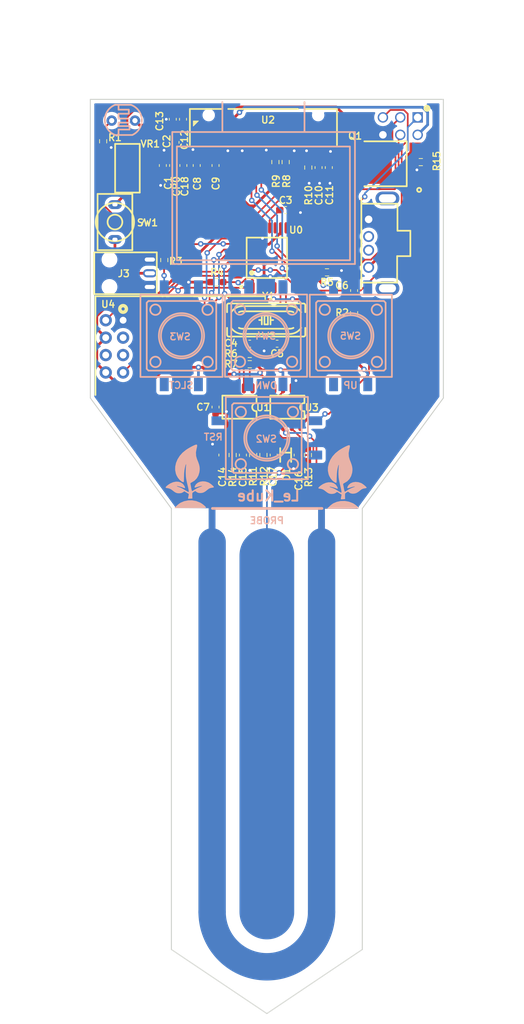
<source format=kicad_pcb>
(kicad_pcb (version 20171130) (host pcbnew "(5.1.9-0-10_14)")
  (layers (0 F.Cu signal) (31 B.Cu signal) (34 B.Paste user) (35 F.Paste user) (36 B.SilkS user) (37 F.SilkS user) (38 B.Mask user) (39 F.Mask user hide) (44 Edge.Cuts user))
  (net 0 "")
  (net 1 "Net-(C1-Pad2)")
  (net 2 GND)
  (net 3 +3V3)
  (net 4 "Net-(C3-Pad1)")
  (net 5 "Net-(C4-Pad2)")
  (net 6 "Net-(C5-Pad2)")
  (net 7 "Net-(C6-Pad2)")
  (net 8 /connecteur_isp/RST)
  (net 9 "Net-(C8-Pad2)")
  (net 10 "Net-(C8-Pad1)")
  (net 11 "Net-(C9-Pad2)")
  (net 12 "Net-(C9-Pad1)")
  (net 13 "Net-(C10-Pad2)")
  (net 14 "Net-(C11-Pad2)")
  (net 15 "Net-(C15-Pad2)")
  (net 16 "Net-(C16-Pad1)")
  (net 17 /HUM)
  (net 18 "Net-(C19-Pad2)")
  (net 19 /ISP_MOSI)
  (net 20 /ISP_SCK)
  (net 21 /ISP_MISO)
  (net 22 "Net-(J2-Pad5)")
  (net 23 "Net-(J2-Pad3)")
  (net 24 "Net-(J2-Pad2)")
  (net 25 "Net-(J2-Pad1)")
  (net 26 +5V)
  (net 27 "Net-(LDR1-Pad1)")
  (net 28 "Net-(Q1-Pad1)")
  (net 29 "Net-(R3-Pad2)")
  (net 30 "Net-(R4-Pad2)")
  (net 31 "Net-(R5-Pad2)")
  (net 32 /SDA)
  (net 33 /SCL)
  (net 34 /SCREEN_MISO)
  (net 35 /SCREEN_SCK)
  (net 36 "Net-(R10-Pad1)")
  (net 37 "Net-(R11-Pad2)")
  (net 38 "Net-(R13-Pad2)")
  (net 39 "Net-(U0-Pad3)")
  (net 40 "Net-(U0-Pad6)")
  (net 41 /SCREEN_MOSI)
  (net 42 /SCREEN_SS)
  (net 43 /SCREEN_RST)
  (net 44 "Net-(U0-Pad13)")
  (net 45 "Net-(U0-Pad14)")
  (net 46 "Net-(U0-Pad19)")
  (net 47 "Net-(U0-Pad23)")
  (net 48 /ESP_TX)
  (net 49 /ESP_RX)
  (net 50 "Net-(U1-Pad3)")
  (net 51 "Net-(U2-Pad7)")
  (net 52 "Net-(U4-Pad2)")
  (net 53 "Net-(U4-Pad3)")
  (net 54 "Net-(U4-Pad7)")
  (module Le_kube:KEY-SMD_4P-L12.0-W12.0-P5.00-LS15.2 (layer B.Cu) (at 112.75 89.1 270)
    (fp_text reference SW5 (at 0.025 -1.625 180) (layer B.SilkS) (effects (font (thickness 0.2)) (justify left mirror)))
    (fp_text value SW_Push hide)
    (pad 4 smd rect (at 7.112 -2.5 270) (size 1.95 1.3) (layers B.Cu B.Paste B.Mask) (net 3 +3V3))
    (pad 3 smd rect (at -7.112 -2.5 270) (size 1.95 1.3) (layers B.Cu B.Paste B.Mask))
    (pad 2 smd rect (at 7.112 2.5 270) (size 1.95 1.3) (layers B.Cu B.Paste B.Mask))
    (pad 1 smd rect (at -7.112 2.5 270) (size 1.95 1.3) (layers B.Cu B.Paste B.Mask) (net 31 "Net-(R5-Pad2)"))
  )
  (module Le_kube:USB-A-TH_USB-302-T (layer F.Cu) (at 116.75 75.61 90)
    (fp_text reference J2 hide)
    (fp_text value USB_A hide)
    (pad 6 thru_hole oval (at 6.558 1.375) (size 3.5 2) (drill oval 2.5 1.2) (layers *.Cu *.Paste *.Mask))
    (pad 5 thru_hole oval (at -6.558 1.375 180) (size 3.5 2) (drill oval 2.5 1.2) (layers *.Cu *.Paste *.Mask) (net 22 "Net-(J2-Pad5)"))
    (pad 4 thru_hole circle (at 3.5 -1.375 90) (size 1.6 1.6) (drill 1.1) (layers *.Cu *.Paste *.Mask) (net 2 GND))
    (pad 3 thru_hole circle (at 1 -1.375 90) (size 1.6 1.6) (drill 1.1) (layers *.Cu *.Paste *.Mask) (net 23 "Net-(J2-Pad3)"))
    (pad 2 thru_hole circle (at -1 -1.375 90) (size 1.6 1.6) (drill 1.1) (layers *.Cu *.Paste *.Mask) (net 24 "Net-(J2-Pad2)"))
    (pad 1 thru_hole circle (at -3.5 -1.375 90) (size 1.6 1.6) (drill 1.1) (layers *.Cu *.Paste *.Mask) (net 25 "Net-(J2-Pad1)"))
  )
  (module Le_kube:logo (layer B.Cu) (at 89.11 109.86 180)
    (fp_text reference G*** hide)
    (fp_text value LOGO hide)
  )
  (module Le_kube:logo (layer B.Cu) (at 111.43 109.95 180)
    (fp_text reference G*** hide)
    (fp_text value LOGO hide)
  )
  (module Le_kube:R_0603_1608Metric_Pad0.98x0.95mm_HandSolder (layer F.Cu) (at 109.2875 79.84 180)
    (fp_text reference R5 (at 0 -1.43) (layer F.SilkS) (effects (font (thickness 0.2))))
    (fp_text value 10K)
    (pad 2 smd roundrect (at 0.9125 0 180) (size 0.975 0.95) (layers F.Cu F.Paste F.Mask) (net 31 "Net-(R5-Pad2)"))
    (pad 1 smd roundrect (at -0.9125 0 180) (size 0.975 0.95) (layers F.Cu F.Paste F.Mask) (net 2 GND))
  )
  (module Le_kube:R_0603_1608Metric_Pad0.98x0.95mm_HandSolder (layer F.Cu) (at 93.1925 81.27)
    (fp_text reference R4 (at 0 -1.43 180) (layer F.SilkS) (effects (font (thickness 0.2))))
    (fp_text value 10K)
    (pad 2 smd roundrect (at 0.9125 0) (size 0.975 0.95) (layers F.Cu F.Paste F.Mask) (net 30 "Net-(R4-Pad2)"))
    (pad 1 smd roundrect (at -0.9125 0) (size 0.975 0.95) (layers F.Cu F.Paste F.Mask) (net 2 GND))
  )
  (module Le_kube:R_0603_1608Metric_Pad0.98x0.95mm_HandSolder (layer F.Cu) (at 85.51 78.0475 270)
    (fp_text reference R3 (at 0.1675 -1.68 180) (layer F.SilkS) (effects (font (thickness 0.2))))
    (fp_text value 10K)
    (pad 2 smd roundrect (at 0.9125 0 270) (size 0.975 0.95) (layers F.Cu F.Paste F.Mask) (net 29 "Net-(R3-Pad2)"))
    (pad 1 smd roundrect (at -0.9125 0 270) (size 0.975 0.95) (layers F.Cu F.Paste F.Mask) (net 2 GND))
  )
  (module "Le_kube:AVR-ISP(IDC-TH_6P-P2.54_C11214)" (layer F.Cu) (at 120 58.5 180)
    (fp_text reference J1 hide)
    (fp_text value Conn_01x06_Male hide)
    (pad 6 thru_hole circle (at 2.54 -1.27 180) (size 1.524 1.524) (drill 1.1) (layers *.Cu *.Paste *.Mask) (net 2 GND))
    (pad 5 thru_hole circle (at 2.54 1.27 180) (size 1.524 1.524) (drill 1.1) (layers *.Cu *.Paste *.Mask) (net 8 /connecteur_isp/RST))
    (pad 4 thru_hole circle (at 0 -1.27 180) (size 1.524 1.524) (drill 1.1) (layers *.Cu *.Paste *.Mask) (net 19 /ISP_MOSI))
    (pad 3 thru_hole circle (at 0 1.27 180) (size 1.524 1.524) (drill 1.1) (layers *.Cu *.Paste *.Mask) (net 20 /ISP_SCK))
    (pad 2 thru_hole circle (at -2.54 -1.27 180) (size 1.524 1.524) (drill 1.1) (layers *.Cu *.Paste *.Mask) (net 3 +3V3))
    (pad 1 thru_hole rect (at -2.54 1.27 180) (size 1.524 1.524) (drill 1.1) (layers *.Cu *.Paste *.Mask) (net 21 /ISP_MISO))
  )
  (module Le_kube:OLED-0.96-12864 (layer F.Cu) (at 100 60)
    (fp_text reference U2 (at 0.675 -2.4) (layer F.SilkS) (effects (font (thickness 0.2))))
    (fp_text value 128x64_OLED hide)
    (pad 30 smd rect (at 10.149 -0.002 270) (size 2.499 0.351) (layers F.Cu F.Paste F.Mask) (net 2 GND))
    (pad 29 smd rect (at 9.45 -0.002 270) (size 2.499 0.351) (layers F.Cu F.Paste F.Mask) (net 2 GND))
    (pad 28 smd rect (at 8.751 -0.001 270) (size 2.499 0.351) (layers F.Cu F.Paste F.Mask) (net 14 "Net-(C11-Pad2)"))
    (pad 27 smd rect (at 8.056 0 270) (size 2.499 0.351) (layers F.Cu F.Paste F.Mask) (net 13 "Net-(C10-Pad2)"))
    (pad 26 smd rect (at 7.356 0 270) (size 2.499 0.351) (layers F.Cu F.Paste F.Mask) (net 36 "Net-(R10-Pad1)"))
    (pad 25 smd rect (at 6.656 0 270) (size 2.499 0.351) (layers F.Cu F.Paste F.Mask) (net 2 GND))
    (pad 24 smd rect (at 5.956 0 270) (size 2.499 0.351) (layers F.Cu F.Paste F.Mask) (net 2 GND))
    (pad 23 smd rect (at 5.256 0 270) (size 2.499 0.351) (layers F.Cu F.Paste F.Mask) (net 2 GND))
    (pad 22 smd rect (at 4.556 0 270) (size 2.499 0.351) (layers F.Cu F.Paste F.Mask) (net 2 GND))
    (pad 21 smd rect (at 3.856 0 270) (size 2.499 0.351) (layers F.Cu F.Paste F.Mask) (net 2 GND))
    (pad 20 smd rect (at 3.156 0 270) (size 2.499 0.351) (layers F.Cu F.Paste F.Mask) (net 34 /SCREEN_MISO))
    (pad 19 smd rect (at 2.456 0 270) (size 2.499 0.351) (layers F.Cu F.Paste F.Mask) (net 34 /SCREEN_MISO))
    (pad 18 smd rect (at 1.756 0 270) (size 2.499 0.351) (layers F.Cu F.Paste F.Mask) (net 35 /SCREEN_SCK))
    (pad 17 smd rect (at 1.056 0 270) (size 2.499 0.351) (layers F.Cu F.Paste F.Mask) (net 2 GND))
    (pad 16 smd rect (at 0.356 0 270) (size 2.499 0.351) (layers F.Cu F.Paste F.Mask) (net 2 GND))
    (pad 15 smd rect (at -0.344 0 270) (size 2.499 0.351) (layers F.Cu F.Paste F.Mask) (net 41 /SCREEN_MOSI))
    (pad 14 smd rect (at -1.044 0 270) (size 2.499 0.351) (layers F.Cu F.Paste F.Mask) (net 43 /SCREEN_RST))
    (pad 13 smd rect (at -1.744 0 270) (size 2.499 0.351) (layers F.Cu F.Paste F.Mask) (net 42 /SCREEN_SS))
    (pad 12 smd rect (at -2.444 0 270) (size 2.499 0.351) (layers F.Cu F.Paste F.Mask) (net 2 GND))
    (pad 11 smd rect (at -3.144 0 270) (size 2.499 0.351) (layers F.Cu F.Paste F.Mask) (net 2 GND))
    (pad 10 smd rect (at -3.844 0 270) (size 2.499 0.351) (layers F.Cu F.Paste F.Mask) (net 2 GND))
    (pad 9 smd rect (at -4.544 0 270) (size 2.499 0.351) (layers F.Cu F.Paste F.Mask) (net 3 +3V3))
    (pad 8 smd rect (at -5.244 0 270) (size 2.499 0.351) (layers F.Cu F.Paste F.Mask) (net 2 GND))
    (pad 7 smd rect (at -5.944 0 270) (size 2.499 0.351) (layers F.Cu F.Paste F.Mask) (net 51 "Net-(U2-Pad7)"))
    (pad 6 smd rect (at -6.644 0 270) (size 2.499 0.351) (layers F.Cu F.Paste F.Mask) (net 3 +3V3))
    (pad 5 smd rect (at -7.344 0 270) (size 2.499 0.351) (layers F.Cu F.Paste F.Mask) (net 11 "Net-(C9-Pad2)"))
    (pad 4 smd rect (at -8.044 0 270) (size 2.499 0.351) (layers F.Cu F.Paste F.Mask) (net 12 "Net-(C9-Pad1)"))
    (pad 3 smd rect (at -8.744 0 270) (size 2.499 0.351) (layers F.Cu F.Paste F.Mask) (net 9 "Net-(C8-Pad2)"))
    (pad 2 smd rect (at -9.444 0 270) (size 2.499 0.351) (layers F.Cu F.Paste F.Mask) (net 10 "Net-(C8-Pad1)"))
    (pad 1 smd rect (at -10.149 0.002 270) (size 2.499 0.351) (layers F.Cu F.Paste F.Mask) (net 2 GND))
    (pad "" np_thru_hole circle (at 8 -3.1) (size 0.8 0.8) (drill 0.8) (layers *.Cu *.Mask))
    (pad "" np_thru_hole circle (at -8 -3.1) (size 0.8 0.8) (drill 0.8) (layers *.Cu *.Mask))
  )
  (module "Le_kube:ESP-01S(WIFIM-TH_8P-L24.7-W14.4-P2.54)" (layer F.Cu) (at 78.22 90.64)
    (fp_text reference U4 (at -2.045 -6.14) (layer F.SilkS) (effects (font (thickness 0.2)) (justify left)))
    (fp_text value ESP8266-01_ESP-01 hide)
    (pad 1 thru_hole rect (at 1.27 -3.81 90) (size 1.8 1.8) (drill 1) (layers *.Cu *.Paste *.Mask) (net 2 GND))
    (pad 2 thru_hole circle (at 1.27 -1.27 90) (size 1.8 1.8) (drill 1) (layers *.Cu *.Paste *.Mask) (net 52 "Net-(U4-Pad2)"))
    (pad 3 thru_hole circle (at 1.27 1.27 90) (size 1.8 1.8) (drill 1) (layers *.Cu *.Paste *.Mask) (net 53 "Net-(U4-Pad3)"))
    (pad 4 thru_hole circle (at 1.27 3.81 90) (size 1.8 1.8) (drill 1) (layers *.Cu *.Paste *.Mask) (net 49 /ESP_RX))
    (pad 5 thru_hole circle (at -1.27 -3.81 90) (size 1.8 1.8) (drill 1) (layers *.Cu *.Paste *.Mask) (net 48 /ESP_TX))
    (pad 6 thru_hole circle (at -1.27 -1.27 90) (size 1.8 1.8) (drill 1) (layers *.Cu *.Paste *.Mask) (net 3 +3V3))
    (pad 7 thru_hole circle (at -1.27 1.27 90) (size 1.8 1.8) (drill 1) (layers *.Cu *.Paste *.Mask) (net 54 "Net-(U4-Pad7)"))
    (pad 8 thru_hole circle (at -1.27 3.81 90) (size 1.8 1.8) (drill 1) (layers *.Cu *.Paste *.Mask) (net 3 +3V3))
  )
  (module "Le_kube:LD1117(SOT-223_L6.7-W3.5-P2.30-BR)" (layer F.Cu) (at 80.124 64.65)
    (fp_text reference VR1 (at 1.8 -3.55) (layer F.SilkS) (effects (font (thickness 0.2)) (justify left)))
    (fp_text value LD1117 hide)
    (pad 1 smd rect (at 3.099 2.3 90) (size 1.1 2.2) (layers F.Cu F.Paste F.Mask) (net 2 GND))
    (pad 2 smd rect (at 3.099 0 90) (size 1.1 2.2) (layers F.Cu F.Paste F.Mask) (net 3 +3V3))
    (pad 3 smd rect (at 3.099 -2.3 90) (size 1.1 2.2) (layers F.Cu F.Paste F.Mask) (net 1 "Net-(C1-Pad2)"))
    (pad 4 smd rect (at -3.099 0 90) (size 3.5 2.2) (layers F.Cu F.Paste F.Mask))
  )
  (module Le_kube:PROBE (layer B.Cu) (at 100.5 117.175 180)
    (fp_text reference C19 hide)
    (fp_text value PROBE (at 0 1.115 180) (layer B.SilkS) (effects (font (thickness 0.2)) (justify mirror)))
    (fp_arc (start 0 -56) (end -8 -56) (angle 180) (layer B.Cu) (width 4))
    (pad 1 smd oval (at 8 -29 180) (size 4 58) (layers B.Cu) (net 2 GND))
    (pad 1 smd oval (at -8 -29 180) (size 4 58) (layers B.Cu) (net 2 GND))
    (pad 2 smd oval (at 0 -30 180) (size 8 60) (layers B.Cu) (net 18 "Net-(C19-Pad2)"))
  )
  (module Le_kube:KEY-SMD_4P-L12.0-W12.0-P5.00-LS15.2 (layer B.Cu) (at 100.35 89.076 270)
    (fp_text reference SW4 (at 0.049 -1.6 180) (layer B.SilkS) (effects (font (thickness 0.2)) (justify left mirror)))
    (fp_text value SW_Push hide)
    (pad 4 smd rect (at 7.112 -2.5 270) (size 1.95 1.3) (layers B.Cu B.Paste B.Mask) (net 3 +3V3))
    (pad 3 smd rect (at -7.112 -2.5 270) (size 1.95 1.3) (layers B.Cu B.Paste B.Mask))
    (pad 2 smd rect (at 7.112 2.5 270) (size 1.95 1.3) (layers B.Cu B.Paste B.Mask))
    (pad 1 smd rect (at -7.112 2.5 270) (size 1.95 1.3) (layers B.Cu B.Paste B.Mask) (net 30 "Net-(R4-Pad2)"))
  )
  (module Le_kube:KEY-SMD_4P-L12.0-W12.0-P5.00-LS15.2 (layer B.Cu) (at 88 89.1 270)
    (fp_text reference SW3 (at 0.125 -1.475) (layer B.SilkS) (effects (font (thickness 0.2)) (justify left mirror)))
    (fp_text value SW_Push hide)
    (pad 4 smd rect (at 7.112 -2.5 270) (size 1.95 1.3) (layers B.Cu B.Paste B.Mask) (net 3 +3V3))
    (pad 3 smd rect (at -7.112 -2.5 270) (size 1.95 1.3) (layers B.Cu B.Paste B.Mask))
    (pad 2 smd rect (at 7.112 2.5 270) (size 1.95 1.3) (layers B.Cu B.Paste B.Mask))
    (pad 1 smd rect (at -7.112 2.5 270) (size 1.95 1.3) (layers B.Cu B.Paste B.Mask) (net 29 "Net-(R3-Pad2)"))
  )
  (module Le_kube:C_0603_1608Metric_Pad1.08x0.95mm_HandSolder (layer F.Cu) (at 86.8 64.25 90)
    (fp_text reference CP0 (at -3.05 0.475 270) (layer F.SilkS) (effects (font (thickness 0.2))))
    (fp_text value 10µF)
    (pad 2 smd roundrect (at 0.8625 0 90) (size 1.075 0.95) (layers F.Cu F.Paste F.Mask) (net 2 GND))
    (pad 1 smd roundrect (at -0.8625 0 90) (size 1.075 0.95) (layers F.Cu F.Paste F.Mask) (net 3 +3V3))
  )
  (module Le_kube:C_0603_1608Metric_Pad1.08x0.95mm_HandSolder (layer F.Cu) (at 88.3 64.25 90)
    (fp_text reference C18 (at -3.05 0.2 270) (layer F.SilkS) (effects (font (thickness 0.2))))
    (fp_text value 100nF)
    (pad 2 smd roundrect (at 0.8625 0 90) (size 1.075 0.95) (layers F.Cu F.Paste F.Mask) (net 2 GND))
    (pad 1 smd roundrect (at -0.8625 0 90) (size 1.075 0.95) (layers F.Cu F.Paste F.Mask) (net 3 +3V3))
  )
  (module Le_kube:C_0603_1608Metric_Pad1.08x0.95mm_HandSolder (layer F.Cu) (at 87.15 60.875 270)
    (fp_text reference C2 (at -0.15 1.275 90) (layer F.SilkS) (effects (font (thickness 0.2))))
    (fp_text value 10µF)
    (pad 2 smd roundrect (at 0.8625 0 270) (size 1.075 0.95) (layers F.Cu F.Paste F.Mask) (net 2 GND))
    (pad 1 smd roundrect (at -0.8625 0 270) (size 1.075 0.95) (layers F.Cu F.Paste F.Mask) (net 3 +3V3))
  )
  (module Le_kube:C_0603_1608Metric_Pad1.08x0.95mm_HandSolder (layer F.Cu) (at 85.3 64.25 90)
    (fp_text reference C1 (at -2.55 0.775 90) (layer F.SilkS) (effects (font (thickness 0.2))))
    (fp_text value 100nF)
    (pad 2 smd roundrect (at 0.8625 0 90) (size 1.075 0.95) (layers F.Cu F.Paste F.Mask) (net 1 "Net-(C1-Pad2)"))
    (pad 1 smd roundrect (at -0.8625 0 90) (size 1.075 0.95) (layers F.Cu F.Paste F.Mask) (net 2 GND))
  )
  (module Le_kube:R_0603_1608Metric_Pad0.98x0.95mm_HandSolder (layer F.Cu) (at 95.5 106.5 270)
    (fp_text reference R14 (at 3.2 0 90) (layer F.SilkS) (effects (font (thickness 0.2))))
    (fp_text value 330R)
    (pad 2 smd roundrect (at 0.9125 0 270) (size 0.975 0.95) (layers F.Cu F.Paste F.Mask) (net 3 +3V3))
    (pad 1 smd roundrect (at -0.9125 0 270) (size 0.975 0.95) (layers F.Cu F.Paste F.Mask) (net 37 "Net-(R11-Pad2)"))
  )
  (module "Le_kube:MOSFET(DPAK_L6.5-W6.0-P2.29-LS9.9-BR)" (layer F.Cu) (at 119.25 64)
    (fp_text reference Q1 (at -6.982 -4.056) (layer F.SilkS) (effects (font (thickness 0.2)) (justify left)))
    (fp_text value IRLB8721PBF hide)
    (pad 4 smd rect (at -3.59 0.025 90) (size 5.8 6.2) (layers F.Cu F.Paste F.Mask) (net 1 "Net-(C1-Pad2)"))
    (pad 3 smd rect (at 3.59 -2.29 90) (size 1.6 3) (layers F.Cu F.Paste F.Mask) (net 25 "Net-(J2-Pad1)"))
    (pad 1 smd rect (at 3.59 2.29 90) (size 1.6 3) (layers F.Cu F.Paste F.Mask) (net 28 "Net-(Q1-Pad1)"))
  )
  (module Le_kube:SW-TH_L8.0-W5.11-P5.08_TP11SH8CQE (layer F.Cu) (at 78.3 72.5 90)
    (fp_text reference SW1 (at -0.1 3.1 180) (layer F.SilkS) (effects (font (thickness 0.2)) (justify left)))
    (fp_text value I/O hide)
    (pad 1 thru_hole oval (at -2.54 0 180) (size 2 1.3) (drill oval 0.76 0.52) (layers *.Cu *.Paste *.Mask) (net 26 +5V))
    (pad 2 thru_hole oval (at 2.54 0 180) (size 2 1.3) (drill oval 0.76 0.51) (layers *.Cu *.Paste *.Mask) (net 1 "Net-(C1-Pad2)"))
  )
  (module "Le_kube:Crystal(HC-49S_L11.4-W4.8)" (layer F.Cu) (at 100.4 86.8)
    (fp_text reference Y1 (at -0.7 -3.5) (layer F.SilkS) (effects (font (thickness 0.2)) (justify left)))
    (fp_text value Crystal hide)
    (pad 2 smd rect (at 4.75 0 180) (size 5.5 2) (layers F.Cu F.Paste F.Mask) (net 6 "Net-(C5-Pad2)"))
    (pad 1 smd rect (at -4.75 0 180) (size 5.5 2) (layers F.Cu F.Paste F.Mask) (net 5 "Net-(C4-Pad2)"))
  )
  (module "Le_kube:TLC555(SOIC-8_L5.0-W4.0-P1.27-LS6.0-BL)" (layer F.Cu) (at 103.5 99.5 180)
    (fp_text reference U3 (at -4.704 -0.068) (layer F.SilkS) (effects (font (thickness 0.2)) (justify right)))
    (fp_text value TLC555CDR hide)
    (pad 1 smd oval (at -1.905 2.74) (size 0.6 1.52) (layers F.Cu F.Paste F.Mask) (net 2 GND))
    (pad 2 smd oval (at -0.635 2.74) (size 0.6 1.52) (layers F.Cu F.Paste F.Mask) (net 15 "Net-(C15-Pad2)"))
    (pad 3 smd oval (at 0.635 2.74) (size 0.6 1.52) (layers F.Cu F.Paste F.Mask) (net 38 "Net-(R13-Pad2)"))
    (pad 4 smd oval (at 1.905 2.74) (size 0.6 1.52) (layers F.Cu F.Paste F.Mask) (net 3 +3V3))
    (pad 8 smd oval (at -1.905 -2.74) (size 0.6 1.52) (layers F.Cu F.Paste F.Mask) (net 3 +3V3))
    (pad 7 smd oval (at -0.635 -2.74) (size 0.6 1.52) (layers F.Cu F.Paste F.Mask) (net 37 "Net-(R11-Pad2)"))
    (pad 6 smd oval (at 0.635 -2.74) (size 0.6 1.52) (layers F.Cu F.Paste F.Mask) (net 15 "Net-(C15-Pad2)"))
    (pad 5 smd oval (at 1.905 -2.74) (size 0.6 1.52) (layers F.Cu F.Paste F.Mask) (net 16 "Net-(C16-Pad1)"))
  )
  (module "Le_kube:TEMP_SENSOR(SOIC-8_L5.0-W4.0-P1.27-LS6.0-BL)" (layer F.Cu) (at 96.5 99.5 180)
    (fp_text reference U1 (at -4.592 -0.068) (layer F.SilkS) (effects (font (thickness 0.2)) (justify right)))
    (fp_text value LM75A hide)
    (pad 1 smd oval (at -1.905 2.74) (size 0.6 1.52) (layers F.Cu F.Paste F.Mask) (net 32 /SDA))
    (pad 2 smd oval (at -0.635 2.74) (size 0.6 1.52) (layers F.Cu F.Paste F.Mask) (net 33 /SCL))
    (pad 3 smd oval (at 0.635 2.74) (size 0.6 1.52) (layers F.Cu F.Paste F.Mask) (net 50 "Net-(U1-Pad3)"))
    (pad 4 smd oval (at 1.905 2.74) (size 0.6 1.52) (layers F.Cu F.Paste F.Mask) (net 2 GND))
    (pad 8 smd oval (at -1.905 -2.74) (size 0.6 1.52) (layers F.Cu F.Paste F.Mask) (net 3 +3V3))
    (pad 7 smd oval (at -0.635 -2.74) (size 0.6 1.52) (layers F.Cu F.Paste F.Mask) (net 2 GND))
    (pad 6 smd oval (at 0.635 -2.74) (size 0.6 1.52) (layers F.Cu F.Paste F.Mask) (net 2 GND))
    (pad 5 smd oval (at 1.905 -2.74) (size 0.6 1.52) (layers F.Cu F.Paste F.Mask) (net 2 GND))
  )
  (module "Le_kube:ATMEGA328PB-AU(TQFP-32_L7.0-W7.0-P0.80-LS9.0-BL)" (layer F.Cu) (at 100.51 77.72)
    (fp_text reference U0 (at 3.122 -4.06) (layer F.SilkS) (effects (font (thickness 0.2)) (justify left)))
    (fp_text value ATmega328PB-AU hide)
    (pad 1 smd oval (at -2.817 4.369) (size 0.45 1.65) (layers F.Cu F.Paste F.Mask) (net 29 "Net-(R3-Pad2)"))
    (pad 2 smd oval (at -2.017 4.369) (size 0.45 1.65) (layers F.Cu F.Paste F.Mask) (net 30 "Net-(R4-Pad2)"))
    (pad 3 smd oval (at -1.217 4.369) (size 0.45 1.65) (layers F.Cu F.Paste F.Mask) (net 39 "Net-(U0-Pad3)"))
    (pad 4 smd oval (at -0.417 4.369) (size 0.45 1.65) (layers F.Cu F.Paste F.Mask) (net 3 +3V3))
    (pad 5 smd oval (at 0.381 4.369) (size 0.45 1.65) (layers F.Cu F.Paste F.Mask) (net 2 GND))
    (pad 6 smd oval (at 1.181 4.369) (size 0.45 1.65) (layers F.Cu F.Paste F.Mask) (net 40 "Net-(U0-Pad6)"))
    (pad 7 smd oval (at 1.981 4.369) (size 0.45 1.65) (layers F.Cu F.Paste F.Mask) (net 5 "Net-(C4-Pad2)"))
    (pad 8 smd oval (at 2.781 4.369) (size 0.45 1.65) (layers F.Cu F.Paste F.Mask) (net 6 "Net-(C5-Pad2)"))
    (pad 9 smd oval (at 4.381 2.804) (size 1.65 0.45) (layers F.Cu F.Paste F.Mask) (net 31 "Net-(R5-Pad2)"))
    (pad 10 smd oval (at 4.381 2.004) (size 1.65 0.45) (layers F.Cu F.Paste F.Mask) (net 41 /SCREEN_MOSI))
    (pad 11 smd oval (at 4.381 1.204) (size 1.65 0.45) (layers F.Cu F.Paste F.Mask) (net 42 /SCREEN_SS))
    (pad 12 smd oval (at 4.381 0.404) (size 1.65 0.45) (layers F.Cu F.Paste F.Mask) (net 43 /SCREEN_RST))
    (pad 13 smd oval (at 4.381 -0.394) (size 1.65 0.45) (layers F.Cu F.Paste F.Mask) (net 44 "Net-(U0-Pad13)"))
    (pad 14 smd oval (at 4.381 -1.194) (size 1.65 0.45) (layers F.Cu F.Paste F.Mask) (net 45 "Net-(U0-Pad14)"))
    (pad 15 smd oval (at 4.381 -1.994) (size 1.65 0.45) (layers F.Cu F.Paste F.Mask) (net 21 /ISP_MISO))
    (pad 16 smd oval (at 4.381 -2.794) (size 1.65 0.45) (layers F.Cu F.Paste F.Mask) (net 19 /ISP_MOSI))
    (pad 17 smd oval (at 2.791 -4.369) (size 0.45 1.65) (layers F.Cu F.Paste F.Mask) (net 20 /ISP_SCK))
    (pad 18 smd oval (at 1.991 -4.369) (size 0.45 1.65) (layers F.Cu F.Paste F.Mask) (net 3 +3V3))
    (pad 19 smd oval (at 1.191 -4.369) (size 0.45 1.65) (layers F.Cu F.Paste F.Mask) (net 46 "Net-(U0-Pad19)"))
    (pad 20 smd oval (at 0.391 -4.369) (size 0.45 1.65) (layers F.Cu F.Paste F.Mask) (net 4 "Net-(C3-Pad1)"))
    (pad 21 smd oval (at -0.406 -4.369) (size 0.45 1.65) (layers F.Cu F.Paste F.Mask) (net 2 GND))
    (pad 22 smd oval (at -1.207 -4.369) (size 0.45 1.65) (layers F.Cu F.Paste F.Mask) (net 34 /SCREEN_MISO))
    (pad 23 smd oval (at -2.007 -4.369) (size 0.45 1.65) (layers F.Cu F.Paste F.Mask) (net 47 "Net-(U0-Pad23)"))
    (pad 24 smd oval (at -2.807 -4.369) (size 0.45 1.65) (layers F.Cu F.Paste F.Mask) (net 35 /SCREEN_SCK))
    (pad 25 smd oval (at -4.381 -2.804) (size 1.65 0.45) (layers F.Cu F.Paste F.Mask) (net 17 /HUM))
    (pad 26 smd oval (at -4.381 -2.004) (size 1.65 0.45) (layers F.Cu F.Paste F.Mask) (net 27 "Net-(LDR1-Pad1)"))
    (pad 27 smd oval (at -4.381 -1.204) (size 1.65 0.45) (layers F.Cu F.Paste F.Mask) (net 32 /SDA))
    (pad 28 smd oval (at -4.381 -0.404) (size 1.65 0.45) (layers F.Cu F.Paste F.Mask) (net 33 /SCL))
    (pad 29 smd oval (at -4.381 0.394) (size 1.65 0.45) (layers F.Cu F.Paste F.Mask) (net 7 "Net-(C6-Pad2)"))
    (pad 30 smd oval (at -4.381 1.194) (size 1.65 0.45) (layers F.Cu F.Paste F.Mask) (net 48 /ESP_TX))
    (pad 31 smd oval (at -4.381 1.994) (size 1.65 0.45) (layers F.Cu F.Paste F.Mask) (net 49 /ESP_RX))
    (pad 32 smd oval (at -4.381 2.794) (size 1.65 0.45) (layers F.Cu F.Paste F.Mask) (net 28 "Net-(Q1-Pad1)"))
  )
  (module Le_kube:KEY-SMD_4P-L12.0-W12.0-P5.00-LS15.2 (layer B.Cu) (at 100.5 104 180)
    (fp_text reference SW2 (at -1.57 -0.15) (layer B.SilkS) (effects (font (thickness 0.2)) (justify left mirror)))
    (fp_text value RST hide)
    (pad 4 smd rect (at 7.112 -2.5 180) (size 1.95 1.3) (layers B.Cu B.Paste B.Mask) (net 2 GND))
    (pad 3 smd rect (at -7.112 -2.5 180) (size 1.95 1.3) (layers B.Cu B.Paste B.Mask))
    (pad 2 smd rect (at 7.112 2.5 180) (size 1.95 1.3) (layers B.Cu B.Paste B.Mask))
    (pad 1 smd rect (at -7.112 2.5 180) (size 1.95 1.3) (layers B.Cu B.Paste B.Mask) (net 7 "Net-(C6-Pad2)"))
  )
  (module Le_kube:R_0603_1608Metric_Pad0.98x0.95mm_HandSolder (layer F.Cu) (at 123 63.754)
    (fp_text reference R15 (at 2.34 -0.144 90) (layer F.SilkS) (effects (font (thickness 0.2))))
    (fp_text value 10K)
    (pad 2 smd roundrect (at 0.9125 0) (size 0.975 0.95) (layers F.Cu F.Paste F.Mask) (net 28 "Net-(Q1-Pad1)"))
    (pad 1 smd roundrect (at -0.9125 0) (size 0.975 0.95) (layers F.Cu F.Paste F.Mask) (net 2 GND))
  )
  (module Le_kube:R_0603_1608Metric_Pad0.98x0.95mm_HandSolder (layer F.Cu) (at 106.5 106.5 90)
    (fp_text reference R13 (at -3.228 0.1 90) (layer F.SilkS) (effects (font (thickness 0.2))))
    (fp_text value 10K)
    (pad 2 smd roundrect (at 0.9125 0 90) (size 0.975 0.95) (layers F.Cu F.Paste F.Mask) (net 38 "Net-(R13-Pad2)"))
    (pad 1 smd roundrect (at -0.9125 0 90) (size 0.975 0.95) (layers F.Cu F.Paste F.Mask) (net 18 "Net-(C19-Pad2)"))
  )
  (module Le_kube:R_0603_1608Metric_Pad0.98x0.95mm_HandSolder (layer F.Cu) (at 100 106.5 90)
    (fp_text reference R12 (at -3.1 0.1 90) (layer F.SilkS) (effects (font (thickness 0.2))))
    (fp_text value 1M)
    (pad 2 smd roundrect (at 0.9125 0 90) (size 0.975 0.95) (layers F.Cu F.Paste F.Mask) (net 17 /HUM))
    (pad 1 smd roundrect (at -0.9125 0 90) (size 0.975 0.95) (layers F.Cu F.Paste F.Mask) (net 2 GND))
  )
  (module Le_kube:R_0603_1608Metric_Pad0.98x0.95mm_HandSolder (layer F.Cu) (at 98.5 106.5 90)
    (fp_text reference R11 (at -3.1 0 90) (layer F.SilkS) (effects (font (thickness 0.2))))
    (fp_text value 1.6K)
    (pad 2 smd roundrect (at 0.9125 0 90) (size 0.975 0.95) (layers F.Cu F.Paste F.Mask) (net 37 "Net-(R11-Pad2)"))
    (pad 1 smd roundrect (at -0.9125 0 90) (size 0.975 0.95) (layers F.Cu F.Paste F.Mask) (net 15 "Net-(C15-Pad2)"))
  )
  (module Le_kube:R_0603_1608Metric_Pad0.98x0.95mm_HandSolder (layer F.Cu) (at 106.556 64.55 270)
    (fp_text reference R10 (at 4.05 -0.044 90) (layer F.SilkS) (effects (font (thickness 0.2))))
    (fp_text value 910K)
    (pad 2 smd roundrect (at 0.9125 0 270) (size 0.975 0.95) (layers F.Cu F.Paste F.Mask) (net 2 GND))
    (pad 1 smd roundrect (at -0.9125 0 270) (size 0.975 0.95) (layers F.Cu F.Paste F.Mask) (net 36 "Net-(R10-Pad1)"))
  )
  (module Le_kube:R_0603_1608Metric_Pad0.98x0.95mm_HandSolder (layer F.Cu) (at 101.75 63.75 270)
    (fp_text reference R9 (at 2.798 -0.104 90) (layer F.SilkS) (effects (font (thickness 0.2))))
    (fp_text value 4.7K)
    (pad 2 smd roundrect (at 0.9125 0 270) (size 0.975 0.95) (layers F.Cu F.Paste F.Mask) (net 3 +3V3))
    (pad 1 smd roundrect (at -0.9125 0 270) (size 0.975 0.95) (layers F.Cu F.Paste F.Mask) (net 35 /SCREEN_SCK))
  )
  (module Le_kube:R_0603_1608Metric_Pad0.98x0.95mm_HandSolder (layer F.Cu) (at 103.25 63.75 270)
    (fp_text reference R8 (at 2.798 -0.128 90) (layer F.SilkS) (effects (font (thickness 0.2))))
    (fp_text value 4.7K)
    (pad 2 smd roundrect (at 0.9125 0 270) (size 0.975 0.95) (layers F.Cu F.Paste F.Mask) (net 3 +3V3))
    (pad 1 smd roundrect (at -0.9125 0 270) (size 0.975 0.95) (layers F.Cu F.Paste F.Mask) (net 34 /SCREEN_MISO))
  )
  (module Le_kube:R_0603_1608Metric_Pad0.98x0.95mm_HandSolder (layer F.Cu) (at 98 93.25)
    (fp_text reference R7 (at -2.75 -0.032) (layer F.SilkS) (effects (font (thickness 0.2))))
    (fp_text value 10K)
    (pad 2 smd roundrect (at 0.9125 0) (size 0.975 0.95) (layers F.Cu F.Paste F.Mask) (net 3 +3V3))
    (pad 1 smd roundrect (at -0.9125 0) (size 0.975 0.95) (layers F.Cu F.Paste F.Mask) (net 33 /SCL))
  )
  (module Le_kube:R_0603_1608Metric_Pad0.98x0.95mm_HandSolder (layer F.Cu) (at 98 91.75 180)
    (fp_text reference R6 (at 2.75 0.056) (layer F.SilkS) (effects (font (thickness 0.2))))
    (fp_text value 10K)
    (pad 2 smd roundrect (at 0.9125 0 180) (size 0.975 0.95) (layers F.Cu F.Paste F.Mask) (net 32 /SDA))
    (pad 1 smd roundrect (at -0.9125 0 180) (size 0.975 0.95) (layers F.Cu F.Paste F.Mask) (net 3 +3V3))
  )
  (module Le_kube:R_0603_1608Metric_Pad0.98x0.95mm_HandSolder (layer F.Cu) (at 113.25 85.8125 90)
    (fp_text reference R2 (at 0.0875 -1.75 180) (layer F.SilkS) (effects (font (thickness 0.2))))
    (fp_text value 10K)
    (pad 2 smd roundrect (at 0.9125 0 90) (size 0.975 0.95) (layers F.Cu F.Paste F.Mask) (net 7 "Net-(C6-Pad2)"))
    (pad 1 smd roundrect (at -0.9125 0 90) (size 0.975 0.95) (layers F.Cu F.Paste F.Mask) (net 3 +3V3))
  )
  (module Le_kube:R_0603_1608Metric_Pad0.98x0.95mm_HandSolder (layer F.Cu) (at 76.575 60.7125 90)
    (fp_text reference R1 (at 0.5375 1.725 180) (layer F.SilkS) (effects (font (thickness 0.2))))
    (fp_text value 10K)
    (pad 2 smd roundrect (at 0.9125 0 90) (size 0.975 0.95) (layers F.Cu F.Paste F.Mask) (net 27 "Net-(LDR1-Pad1)"))
    (pad 1 smd roundrect (at -0.9125 0 90) (size 0.975 0.95) (layers F.Cu F.Paste F.Mask) (net 2 GND))
  )
  (module "Le_kube:LDR(RES-TH_L5.1-W4.3-P3.40-D0.5)" (layer B.Cu) (at 79.525 57.7 270)
    (fp_text reference LDR1 hide)
    (fp_text value LDR hide)
    (pad 1 thru_hole circle (at 0 1.7) (size 1.524 1.524) (drill 0.762) (layers *.Cu *.Paste *.Mask) (net 27 "Net-(LDR1-Pad1)"))
    (pad 2 thru_hole circle (at 0 -1.7) (size 1.524 1.524) (drill 0.762) (layers *.Cu *.Paste *.Mask) (net 3 +3V3))
  )
  (module "Le_kube:PORT-JACK(DC-IN-TH_DC-003-2A-1.3)" (layer F.Cu) (at 83.4 79.975 270)
    (fp_text reference J3 (at 0.05 2.825) (layer F.SilkS) (effects (font (thickness 0.2)) (justify right)))
    (fp_text value Barrel_Jack_Switch hide)
    (pad 1 thru_hole oval (at 2 0 270) (size 1.2 2) (drill oval 0.6 1.5) (layers *.Cu *.Paste *.Mask) (net 2 GND))
    (pad 2 thru_hole oval (at 0 0 270) (size 1.2 2) (drill oval 0.6 1.5) (layers *.Cu *.Paste *.Mask) (net 26 +5V))
    (pad 3 thru_hole oval (at -2 0 270) (size 1.2 2) (drill oval 0.6 1.5) (layers *.Cu *.Paste *.Mask) (net 2 GND))
    (pad "" np_thru_hole circle (at -2 5.9 270) (size 1.3 1.3) (drill 1.3) (layers *.Cu *.Mask))
    (pad "" np_thru_hole circle (at 2 5.9 270) (size 1.3 1.3) (drill 1.3) (layers *.Cu *.Mask))
  )
  (module Le_kube:SOD-323_L1.8-W1.3-LS2.5-RD (layer F.Cu) (at 103.25 106.5 270)
    (fp_text reference D1 (at 1.704 -0.128 90) (layer F.SilkS) (effects (font (thickness 0.2)) (justify right)))
    (fp_text value D hide)
    (pad 1 smd rect (at -1.2 0 90) (size 1 1) (layers F.Cu F.Paste F.Mask) (net 17 /HUM))
    (pad 2 smd rect (at 1.2 0 90) (size 1 1) (layers F.Cu F.Paste F.Mask) (net 18 "Net-(C19-Pad2)"))
  )
  (module Le_kube:C_0603_1608Metric_Pad1.08x0.95mm_HandSolder (layer F.Cu) (at 101.5 106.5 90)
    (fp_text reference C17 (at -3.15 -0.1 90) (layer F.SilkS) (effects (font (thickness 0.2))))
    (fp_text value 1µF)
    (pad 2 smd roundrect (at 0.8625 0 90) (size 1.075 0.95) (layers F.Cu F.Paste F.Mask) (net 17 /HUM))
    (pad 1 smd roundrect (at -0.8625 0 90) (size 1.075 0.95) (layers F.Cu F.Paste F.Mask) (net 2 GND))
  )
  (module Le_kube:C_0603_1608Metric_Pad1.08x0.95mm_HandSolder (layer F.Cu) (at 105 106.5 270)
    (fp_text reference C16 (at 3.736 -0.156 90) (layer F.SilkS) (effects (font (thickness 0.2))))
    (fp_text value 10nF)
    (pad 2 smd roundrect (at 0.8625 0 270) (size 1.075 0.95) (layers F.Cu F.Paste F.Mask) (net 2 GND))
    (pad 1 smd roundrect (at -0.8625 0 270) (size 1.075 0.95) (layers F.Cu F.Paste F.Mask) (net 16 "Net-(C16-Pad1)"))
  )
  (module Le_kube:C_0603_1608Metric_Pad1.08x0.95mm_HandSolder (layer F.Cu) (at 97 106.5 90)
    (fp_text reference C15 (at -3.2 0 90) (layer F.SilkS) (effects (font (thickness 0.2))))
    (fp_text value 470pF)
    (pad 2 smd roundrect (at 0.8625 0 90) (size 1.075 0.95) (layers F.Cu F.Paste F.Mask) (net 15 "Net-(C15-Pad2)"))
    (pad 1 smd roundrect (at -0.8625 0 90) (size 1.075 0.95) (layers F.Cu F.Paste F.Mask) (net 2 GND))
  )
  (module Le_kube:C_0603_1608Metric_Pad1.08x0.95mm_HandSolder (layer F.Cu) (at 94 106.5 270)
    (fp_text reference C14 (at 3.2 0 90) (layer F.SilkS) (effects (font (thickness 0.2))))
    (fp_text value 100nF)
    (pad 2 smd roundrect (at 0.8625 0 270) (size 1.075 0.95) (layers F.Cu F.Paste F.Mask) (net 3 +3V3))
    (pad 1 smd roundrect (at -0.8625 0 270) (size 1.075 0.95) (layers F.Cu F.Paste F.Mask) (net 2 GND))
  )
  (module Le_kube:C_0603_1608Metric_Pad1.08x0.95mm_HandSolder (layer F.Cu) (at 86.75 57.5 90)
    (fp_text reference C13 (at -0.275 -1.925 270) (layer F.SilkS) (effects (font (thickness 0.2))))
    (fp_text value 1µF)
    (pad 2 smd roundrect (at 0.8625 0 90) (size 1.075 0.95) (layers F.Cu F.Paste F.Mask) (net 2 GND))
    (pad 1 smd roundrect (at -0.8625 0 90) (size 1.075 0.95) (layers F.Cu F.Paste F.Mask) (net 3 +3V3))
  )
  (module Le_kube:C_0603_1608Metric_Pad1.08x0.95mm_HandSolder (layer F.Cu) (at 88.25 57.5 90)
    (fp_text reference C12 (at -3 0.2 270) (layer F.SilkS) (effects (font (thickness 0.2))))
    (fp_text value 1µF)
    (pad 2 smd roundrect (at 0.8625 0 90) (size 1.075 0.95) (layers F.Cu F.Paste F.Mask) (net 2 GND))
    (pad 1 smd roundrect (at -0.8625 0 90) (size 1.075 0.95) (layers F.Cu F.Paste F.Mask) (net 3 +3V3))
  )
  (module Le_kube:C_0603_1608Metric_Pad1.08x0.95mm_HandSolder (layer F.Cu) (at 109.556 64.55 90)
    (fp_text reference C11 (at -4.025 0.094 90) (layer F.SilkS) (effects (font (thickness 0.2))))
    (fp_text value 2.2µF)
    (pad 2 smd roundrect (at 0.8625 0 90) (size 1.075 0.95) (layers F.Cu F.Paste F.Mask) (net 14 "Net-(C11-Pad2)"))
    (pad 1 smd roundrect (at -0.8625 0 90) (size 1.075 0.95) (layers F.Cu F.Paste F.Mask) (net 2 GND))
  )
  (module Le_kube:C_0603_1608Metric_Pad1.08x0.95mm_HandSolder (layer F.Cu) (at 108.056 64.55 90)
    (fp_text reference C10 (at -4.05 0.044 90) (layer F.SilkS) (effects (font (thickness 0.2))))
    (fp_text value 4.7µF)
    (pad 2 smd roundrect (at 0.8625 0 90) (size 1.075 0.95) (layers F.Cu F.Paste F.Mask) (net 13 "Net-(C10-Pad2)"))
    (pad 1 smd roundrect (at -0.8625 0 90) (size 1.075 0.95) (layers F.Cu F.Paste F.Mask) (net 2 GND))
  )
  (module Le_kube:C_0603_1608Metric_Pad1.08x0.95mm_HandSolder (layer F.Cu) (at 93 64.25 90)
    (fp_text reference C9 (at -2.625 0.05 90) (layer F.SilkS) (effects (font (thickness 0.2))))
    (fp_text value 1µF)
    (pad 2 smd roundrect (at 0.8625 0 90) (size 1.075 0.95) (layers F.Cu F.Paste F.Mask) (net 11 "Net-(C9-Pad2)"))
    (pad 1 smd roundrect (at -0.8625 0 90) (size 1.075 0.95) (layers F.Cu F.Paste F.Mask) (net 12 "Net-(C9-Pad1)"))
  )
  (module Le_kube:C_0603_1608Metric_Pad1.08x0.95mm_HandSolder (layer F.Cu) (at 90.25 64.25 270)
    (fp_text reference C8 (at 2.65 -0.075 90) (layer F.SilkS) (effects (font (thickness 0.2))))
    (fp_text value 1µF)
    (pad 2 smd roundrect (at 0.8625 0 270) (size 1.075 0.95) (layers F.Cu F.Paste F.Mask) (net 9 "Net-(C8-Pad2)"))
    (pad 1 smd roundrect (at -0.8625 0 270) (size 1.075 0.95) (layers F.Cu F.Paste F.Mask) (net 10 "Net-(C8-Pad1)"))
  )
  (module Le_kube:C_0603_1608Metric_Pad1.08x0.95mm_HandSolder (layer F.Cu) (at 93 99.5 90)
    (fp_text reference C7 (at 0 -1.814) (layer F.SilkS) (effects (font (thickness 0.2))))
    (fp_text value 100nF)
    (pad 2 smd roundrect (at 0.8625 0 90) (size 1.075 0.95) (layers F.Cu F.Paste F.Mask) (net 3 +3V3))
    (pad 1 smd roundrect (at -0.8625 0 90) (size 1.075 0.95) (layers F.Cu F.Paste F.Mask) (net 2 GND))
  )
  (module Le_kube:C_0603_1608Metric_Pad1.08x0.95mm_HandSolder (layer F.Cu) (at 113.25 82.5 270)
    (fp_text reference C6 (at -0.75 1.775 180) (layer F.SilkS) (effects (font (thickness 0.2))))
    (fp_text value 100nF)
    (pad 2 smd roundrect (at 0.8625 0 270) (size 1.075 0.95) (layers F.Cu F.Paste F.Mask) (net 7 "Net-(C6-Pad2)"))
    (pad 1 smd roundrect (at -0.8625 0 270) (size 1.075 0.95) (layers F.Cu F.Paste F.Mask) (net 8 /connecteur_isp/RST))
  )
  (module Le_kube:C_0603_1608Metric_Pad1.08x0.95mm_HandSolder (layer F.Cu) (at 102 90.25)
    (fp_text reference C5 (at 0 1.444) (layer F.SilkS) (effects (font (thickness 0.2))))
    (fp_text value 30pF)
    (pad 2 smd roundrect (at 0.8625 0) (size 1.075 0.95) (layers F.Cu F.Paste F.Mask) (net 6 "Net-(C5-Pad2)"))
    (pad 1 smd roundrect (at -0.8625 0) (size 1.075 0.95) (layers F.Cu F.Paste F.Mask) (net 2 GND))
  )
  (module Le_kube:C_0603_1608Metric_Pad1.08x0.95mm_HandSolder (layer F.Cu) (at 98 90.25 180)
    (fp_text reference C4 (at 2.75 0.08) (layer F.SilkS) (effects (font (thickness 0.2))))
    (fp_text value 30pF)
    (pad 2 smd roundrect (at 0.8625 0 180) (size 1.075 0.95) (layers F.Cu F.Paste F.Mask) (net 5 "Net-(C4-Pad2)"))
    (pad 1 smd roundrect (at -0.8625 0 180) (size 1.075 0.95) (layers F.Cu F.Paste F.Mask) (net 2 GND))
  )
  (module Le_kube:C_0603_1608Metric_Pad1.08x0.95mm_HandSolder (layer F.Cu) (at 103.25 70.75)
    (fp_text reference C3 (at 0 -1.43) (layer F.SilkS) (effects (font (thickness 0.2))))
    (fp_text value 100nF)
    (pad 2 smd roundrect (at 0.8625 0) (size 1.075 0.95) (layers F.Cu F.Paste F.Mask) (net 2 GND))
    (pad 1 smd roundrect (at -0.8625 0) (size 1.075 0.95) (layers F.Cu F.Paste F.Mask) (net 4 "Net-(C3-Pad1)"))
  )
  (gr_line (start 82.11 73.06) (end 82.62 72.06) (layer F.SilkS) (width 0.2))
  (gr_text UP (at 112.72 96.33) (layer B.SilkS) (effects (font (size 1 1) (thickness 0.2)) (justify mirror)))
  (gr_text DWN (at 100.37 96.35) (layer B.SilkS) (effects (font (size 1 1) (thickness 0.2)) (justify mirror)))
  (gr_text SLCT (at 87.97 96.32) (layer B.SilkS) (effects (font (size 1 1) (thickness 0.2)) (justify mirror)))
  (gr_text RST (at 92.67 103.87) (layer B.SilkS) (effects (font (size 1 1) (thickness 0.2)) (justify mirror)))
  (gr_text "Le_Kube\n" (at 100.72 112.47) (layer B.SilkS) (effects (font (size 1.5 1.5) (thickness 0.3)) (justify mirror)))
  (gr_line (start 74.7 54.6) (end 126.3 54.6) (layer Edge.Cuts) (width 0.15))
  (gr_line (start 114.45 178.65) (end 100.5 188) (layer Edge.Cuts) (width 0.15))
  (gr_line (start 114.45 114.3) (end 126.3 98.175) (layer Edge.Cuts) (width 0.15))
  (gr_line (start 126.3 98.175) (end 126.3 54.6) (layer Edge.Cuts) (width 0.15))
  (gr_line (start 114.45 114.3) (end 114.45 178.65) (layer Edge.Cuts) (width 0.15))
  (gr_line (start 86.55 114.3) (end 86.55 178.65) (layer Edge.Cuts) (width 0.15))
  (gr_line (start 108.55 114.29) (end 92.55 114.29) (layer B.SilkS) (width 0.4))
  (gr_line (start 74.7 98.175) (end 74.7 54.6) (layer Edge.Cuts) (width 0.15))
  (gr_line (start 86.55 114.3) (end 74.7 98.175) (layer Edge.Cuts) (width 0.15))
  (gr_line (start 86.55 178.65) (end 100.5 188) (layer Edge.Cuts) (width 0.15))
  (segment (start 83.223 62.35) (end 83.223 62.323) (width 0.4) (layer F.Cu) (net 1))
  (segment (start 84.1625 62.25) (end 83.223 62.25) (width 0.4) (layer F.Cu) (net 1))
  (segment (start 85.3 63.3875) (end 84.1625 62.25) (width 0.4) (layer F.Cu) (net 1))
  (segment (start 78.3 69.96) (end 80.062999 68.197001) (width 0.4) (layer F.Cu) (net 1))
  (segment (start 110.63499 55.69999) (end 115.66 60.725) (width 0.4) (layer F.Cu) (net 1))
  (segment (start 80.062999 57.142239) (end 81.505248 55.69999) (width 0.4) (layer F.Cu) (net 1))
  (segment (start 115.66 60.725) (end 115.66 64.025) (width 0.4) (layer F.Cu) (net 1))
  (segment (start 81.505248 55.69999) (end 110.63499 55.69999) (width 0.4) (layer F.Cu) (net 1))
  (segment (start 83.223 62.35) (end 81.725 62.35) (width 0.4) (layer F.Cu) (net 1))
  (segment (start 81.725 62.35) (end 80.062999 64.012001) (width 0.4) (layer F.Cu) (net 1))
  (segment (start 80.062999 64.012001) (end 80.062999 57.142239) (width 0.4) (layer F.Cu) (net 1))
  (segment (start 80.062999 68.197001) (end 80.062999 64.012001) (width 0.4) (layer F.Cu) (net 1))
  (segment (start 86.8615 61.636) (end 87.136 61.9105) (width 0.4) (layer F.Cu) (net 2))
  (via (at 99.862347 74.887653) (size 0.8) (drill 0.4) (layers F.Cu B.Cu) (net 2))
  (segment (start 100.104 74.646) (end 99.862347 74.887653) (width 0.4) (layer F.Cu) (net 2))
  (segment (start 100.104 73.351) (end 100.104 74.646) (width 0.4) (layer F.Cu) (net 2))
  (segment (start 100.05 107.3625) (end 100 107.4125) (width 0.4) (layer F.Cu) (net 2))
  (segment (start 101.5 107.3625) (end 100.05 107.3625) (width 0.4) (layer F.Cu) (net 2))
  (via (at 98 108.75) (size 0.8) (drill 0.4) (layers F.Cu B.Cu) (net 2))
  (segment (start 97 107.75) (end 98 108.75) (width 0.4) (layer F.Cu) (net 2))
  (segment (start 97 107.3625) (end 97 107.75) (width 0.4) (layer F.Cu) (net 2))
  (segment (start 97.135 102.24) (end 94.595 102.24) (width 0.4) (layer F.Cu) (net 2))
  (segment (start 94.595 102.24) (end 94.595 100.155) (width 0.4) (layer F.Cu) (net 2))
  (segment (start 94.595 100.155) (end 94.595 96.76) (width 0.4) (layer F.Cu) (net 2))
  (via (at 94.595 100.155) (size 0.8) (drill 0.4) (layers F.Cu B.Cu) (net 2))
  (segment (start 94.595 100.155) (end 94.595 100.293) (width 0.4) (layer B.Cu) (net 2))
  (segment (start 94.3875 100.3625) (end 94.595 100.155) (width 0.4) (layer F.Cu) (net 2))
  (segment (start 93 100.3625) (end 94.3875 100.3625) (width 0.4) (layer F.Cu) (net 2))
  (via (at 122.428 64.889998) (size 0.8) (drill 0.4) (layers F.Cu B.Cu) (net 2))
  (segment (start 122.0875 64.549498) (end 122.428 64.889998) (width 0.4) (layer F.Cu) (net 2))
  (segment (start 122.0875 63.754) (end 122.0875 64.549498) (width 0.4) (layer F.Cu) (net 2))
  (via (at 106.68 66.84) (size 0.8) (drill 0.4) (layers F.Cu B.Cu) (net 2))
  (segment (start 106.556 66.716) (end 106.68 66.84) (width 0.4) (layer F.Cu) (net 2))
  (segment (start 106.556 65.4625) (end 106.556 66.716) (width 0.4) (layer F.Cu) (net 2))
  (via (at 108.204 66.84) (size 0.8) (drill 0.4) (layers F.Cu B.Cu) (net 2))
  (segment (start 108.056 66.692) (end 108.204 66.84) (width 0.4) (layer F.Cu) (net 2))
  (segment (start 108.056 65.4125) (end 108.056 66.692) (width 0.4) (layer F.Cu) (net 2))
  (via (at 109.728 66.84) (size 0.8) (drill 0.4) (layers F.Cu B.Cu) (net 2))
  (segment (start 109.556 66.668) (end 109.728 66.84) (width 0.4) (layer F.Cu) (net 2))
  (segment (start 109.556 65.4125) (end 109.556 66.668) (width 0.4) (layer F.Cu) (net 2))
  (via (at 105.41 71.12) (size 0.8) (drill 0.4) (layers F.Cu B.Cu) (net 2))
  (segment (start 105.04 70.75) (end 105.41 71.12) (width 0.4) (layer F.Cu) (net 2))
  (segment (start 104.1125 70.75) (end 105.04 70.75) (width 0.4) (layer F.Cu) (net 2))
  (segment (start 86.75 56.6375) (end 88.25 56.6375) (width 0.4) (layer F.Cu) (net 2))
  (via (at 85.8 57.5) (size 0.8) (drill 0.4) (layers F.Cu B.Cu) (net 2))
  (segment (start 86.75 56.6375) (end 86.6625 56.6375) (width 0.4) (layer F.Cu) (net 2))
  (segment (start 86.6625 56.6375) (end 85.8 57.5) (width 0.4) (layer F.Cu) (net 2))
  (via (at 104.759314 95.640686) (size 0.8) (drill 0.4) (layers F.Cu B.Cu) (net 2))
  (segment (start 105.405 96.286372) (end 104.759314 95.640686) (width 0.4) (layer F.Cu) (net 2))
  (segment (start 105.405 96.76) (end 105.405 96.286372) (width 0.4) (layer F.Cu) (net 2))
  (via (at 96.899999 62.100001) (size 0.8) (drill 0.4) (layers F.Cu B.Cu) (net 2))
  (segment (start 96.856 60) (end 96.856 62.056002) (width 0.4) (layer F.Cu) (net 2))
  (segment (start 97.556 61.444) (end 96.899999 62.100001) (width 0.4) (layer F.Cu) (net 2))
  (segment (start 96.856 62.056002) (end 96.899999 62.100001) (width 0.4) (layer F.Cu) (net 2))
  (segment (start 96.156 61.356002) (end 96.899999 62.100001) (width 0.4) (layer F.Cu) (net 2))
  (segment (start 96.156 60) (end 96.156 61.356002) (width 0.4) (layer F.Cu) (net 2))
  (segment (start 97.556 60) (end 97.556 61.444) (width 0.4) (layer F.Cu) (net 2))
  (via (at 94.8 62.099996) (size 0.8) (drill 0.4) (layers F.Cu B.Cu) (net 2))
  (segment (start 94.756 62.055996) (end 94.8 62.099996) (width 0.4) (layer F.Cu) (net 2))
  (segment (start 94.756 60) (end 94.756 62.055996) (width 0.4) (layer F.Cu) (net 2))
  (via (at 104.5 62.100001) (size 0.8) (drill 0.4) (layers F.Cu B.Cu) (net 2))
  (segment (start 104.556 62.044001) (end 104.5 62.100001) (width 0.4) (layer F.Cu) (net 2))
  (segment (start 104.556 60) (end 104.556 62.044001) (width 0.4) (layer F.Cu) (net 2))
  (segment (start 103.856 60) (end 103.856 61.456001) (width 0.4) (layer F.Cu) (net 2))
  (segment (start 105.256 60) (end 105.256 61.344001) (width 0.4) (layer F.Cu) (net 2))
  (segment (start 103.856 61.456001) (end 104.5 62.100001) (width 0.4) (layer F.Cu) (net 2))
  (segment (start 105.256 61.344001) (end 104.5 62.100001) (width 0.4) (layer F.Cu) (net 2))
  (via (at 100.416767 62) (size 0.8) (drill 0.4) (layers F.Cu B.Cu) (net 2))
  (segment (start 100.356 60) (end 100.356 61.939233) (width 0.4) (layer F.Cu) (net 2))
  (segment (start 100.356 61.939233) (end 100.416767 62) (width 0.4) (layer F.Cu) (net 2))
  (segment (start 101.056 60) (end 101.056 61.360767) (width 0.4) (layer F.Cu) (net 2))
  (segment (start 101.056 61.360767) (end 100.416767 62) (width 0.4) (layer F.Cu) (net 2))
  (via (at 106.3 62.099996) (size 0.8) (drill 0.4) (layers F.Cu B.Cu) (net 2))
  (segment (start 106.656 60) (end 106.656 61.743996) (width 0.4) (layer F.Cu) (net 2))
  (segment (start 105.956 61.755996) (end 106.3 62.099996) (width 0.4) (layer F.Cu) (net 2))
  (segment (start 106.656 61.743996) (end 106.3 62.099996) (width 0.4) (layer F.Cu) (net 2))
  (segment (start 105.956 60) (end 105.956 61.755996) (width 0.4) (layer F.Cu) (net 2))
  (via (at 109.799994 62.2) (size 0.8) (drill 0.4) (layers F.Cu B.Cu) (net 2))
  (segment (start 110.149 59.998) (end 110.149 61.850994) (width 0.4) (layer F.Cu) (net 2))
  (segment (start 109.45 61.850006) (end 109.799994 62.2) (width 0.4) (layer F.Cu) (net 2))
  (segment (start 110.149 61.850994) (end 109.799994 62.2) (width 0.4) (layer F.Cu) (net 2))
  (segment (start 109.45 59.998) (end 109.45 61.850006) (width 0.4) (layer F.Cu) (net 2))
  (via (at 100.1 91.3) (size 0.8) (drill 0.4) (layers F.Cu B.Cu) (net 2))
  (segment (start 99.05 90.25) (end 100.1 91.3) (width 0.4) (layer F.Cu) (net 2))
  (segment (start 98.8625 90.25) (end 99.05 90.25) (width 0.4) (layer F.Cu) (net 2))
  (segment (start 100.1 91.2875) (end 101.1375 90.25) (width 0.4) (layer F.Cu) (net 2))
  (segment (start 100.1 91.3) (end 100.1 91.2875) (width 0.4) (layer F.Cu) (net 2))
  (via (at 100.8 108.49999) (size 0.8) (drill 0.4) (layers F.Cu B.Cu) (net 2))
  (segment (start 100 107.4125) (end 100 107.69999) (width 0.4) (layer F.Cu) (net 2))
  (segment (start 100 107.69999) (end 100.8 108.49999) (width 0.4) (layer F.Cu) (net 2))
  (segment (start 101.5 107.79999) (end 100.8 108.49999) (width 0.4) (layer F.Cu) (net 2))
  (segment (start 101.5 107.3625) (end 101.5 107.79999) (width 0.4) (layer F.Cu) (net 2))
  (via (at 104.4 108.47499) (size 0.8) (drill 0.4) (layers F.Cu B.Cu) (net 2))
  (segment (start 105 107.3625) (end 105 107.87499) (width 0.4) (layer F.Cu) (net 2))
  (segment (start 105 107.87499) (end 104.4 108.47499) (width 0.4) (layer F.Cu) (net 2))
  (segment (start 89.851 61.773996) (end 89.699996 61.925) (width 0.4) (layer F.Cu) (net 2))
  (via (at 89.699996 61.925) (size 0.8) (drill 0.4) (layers F.Cu B.Cu) (net 2))
  (segment (start 89.851 60.002) (end 89.851 61.773996) (width 0.4) (layer F.Cu) (net 2))
  (segment (start 85.3 64.8875) (end 86.8 63.3875) (width 0.4) (layer F.Cu) (net 2))
  (segment (start 85.3 65.1125) (end 85.3 64.8875) (width 0.4) (layer F.Cu) (net 2))
  (segment (start 86.8 63.3875) (end 88.3 63.3875) (width 0.4) (layer F.Cu) (net 2))
  (segment (start 86.8 62.2465) (end 87.136 61.9105) (width 0.4) (layer F.Cu) (net 2))
  (segment (start 86.8 63.3875) (end 86.8 62.2465) (width 0.4) (layer F.Cu) (net 2))
  (via (at 85.475 62.025) (size 0.8) (drill 0.4) (layers F.Cu B.Cu) (net 2))
  (segment (start 86.8 63.35) (end 85.475 62.025) (width 0.4) (layer F.Cu) (net 2))
  (segment (start 86.8 63.3875) (end 86.8 63.35) (width 0.4) (layer F.Cu) (net 2))
  (via (at 77.75 61.625002) (size 0.8) (drill 0.4) (layers F.Cu B.Cu) (net 2))
  (segment (start 77.749998 61.625) (end 77.75 61.625002) (width 0.4) (layer F.Cu) (net 2))
  (segment (start 76.575 61.625) (end 77.749998 61.625) (width 0.4) (layer F.Cu) (net 2))
  (segment (start 84.775008 66.95) (end 84.975 67.149992) (width 0.4) (layer F.Cu) (net 2))
  (via (at 84.975 67.149992) (size 0.8) (drill 0.4) (layers F.Cu B.Cu) (net 2))
  (segment (start 83.223 66.95) (end 84.775008 66.95) (width 0.4) (layer F.Cu) (net 2))
  (segment (start 108.49 109.26) (end 109.5 108.25) (width 1) (layer B.Cu) (net 2))
  (segment (start 108.49 139) (end 108.49 109.26) (width 1) (layer B.Cu) (net 2))
  (segment (start 108 139.49) (end 108.49 139) (width 1) (layer B.Cu) (net 2))
  (segment (start 92.49 110.49) (end 90.25 108.25) (width 1) (layer B.Cu) (net 2))
  (segment (start 92.49 139) (end 92.49 110.49) (width 1) (layer B.Cu) (net 2))
  (segment (start 92 139.49) (end 92.49 139) (width 1) (layer B.Cu) (net 2))
  (via (at 92.56 104.91) (size 0.8) (drill 0.4) (layers F.Cu B.Cu) (net 2))
  (segment (start 94 105.6375) (end 93.2875 105.6375) (width 0.4) (layer F.Cu) (net 2))
  (segment (start 93.2875 105.6375) (end 92.56 104.91) (width 0.4) (layer F.Cu) (net 2))
  (segment (start 84.24 77.135) (end 83.4 77.975) (width 0.4) (layer F.Cu) (net 2))
  (segment (start 85.51 77.135) (end 84.24 77.135) (width 0.4) (layer F.Cu) (net 2))
  (segment (start 100.891 80.609) (end 101 80.5) (width 0.4) (layer F.Cu) (net 2))
  (segment (start 100.891 82.089) (end 100.891 80.609) (width 0.4) (layer F.Cu) (net 2))
  (via (at 101 80.5) (size 0.8) (drill 0.4) (layers F.Cu B.Cu) (net 2))
  (segment (start 111.15 79.84) (end 111.41 79.58) (width 0.4) (layer F.Cu) (net 2))
  (via (at 111.41 79.58) (size 0.8) (drill 0.4) (layers F.Cu B.Cu) (net 2))
  (segment (start 110.2 79.84) (end 111.15 79.84) (width 0.4) (layer F.Cu) (net 2))
  (via (at 89.05 81.28) (size 0.8) (drill 0.4) (layers F.Cu B.Cu) (net 2))
  (segment (start 89.06 81.27) (end 89.05 81.28) (width 0.4) (layer F.Cu) (net 2))
  (segment (start 92.28 81.27) (end 89.06 81.27) (width 0.4) (layer F.Cu) (net 2))
  (segment (start 115.3 96.212) (end 115.488 96.212) (width 0.2) (layer B.Cu) (net 3))
  (segment (start 86.5 58.1125) (end 88 58.1125) (width 0.4) (layer F.Cu) (net 3))
  (segment (start 93.356 58.3505) (end 93.356 60) (width 0.4) (layer F.Cu) (net 3))
  (segment (start 93.118 58.1125) (end 93.356 58.3505) (width 0.4) (layer F.Cu) (net 3))
  (segment (start 88 58.1125) (end 93.118 58.1125) (width 0.4) (layer F.Cu) (net 3))
  (segment (start 95.456 58.554998) (end 95.456 60) (width 0.4) (layer F.Cu) (net 3))
  (segment (start 95.013502 58.1125) (end 95.456 58.554998) (width 0.4) (layer F.Cu) (net 3))
  (segment (start 93.118 58.1125) (end 95.013502 58.1125) (width 0.4) (layer F.Cu) (net 3))
  (segment (start 95.013502 57.986498) (end 96.5 56.5) (width 0.4) (layer F.Cu) (net 3))
  (via (at 96.5 56.5) (size 0.8) (drill 0.4) (layers F.Cu B.Cu) (net 3))
  (segment (start 95.013502 58.1125) (end 95.013502 57.986498) (width 0.4) (layer F.Cu) (net 3))
  (segment (start 102.501 73.351) (end 102.501 74.249) (width 0.4) (layer F.Cu) (net 3))
  (segment (start 102.501 74.064996) (end 102.501 73.351) (width 0.4) (layer F.Cu) (net 3))
  (segment (start 100.815996 75.75) (end 102.501 74.064996) (width 0.4) (layer F.Cu) (net 3))
  (segment (start 98.446897 75.75) (end 100.815996 75.75) (width 0.4) (layer F.Cu) (net 3))
  (segment (start 97.696897 75) (end 98.446897 75.75) (width 0.4) (layer F.Cu) (net 3))
  (segment (start 124 58.31) (end 122.54 59.77) (width 0.4) (layer B.Cu) (net 3))
  (segment (start 124 56.5) (end 124 58.31) (width 0.4) (layer B.Cu) (net 3))
  (segment (start 123.25 55.75) (end 124 56.5) (width 0.4) (layer B.Cu) (net 3))
  (segment (start 97.25 55.75) (end 123.25 55.75) (width 0.4) (layer B.Cu) (net 3))
  (segment (start 96.5 56.5) (end 97.25 55.75) (width 0.4) (layer B.Cu) (net 3))
  (segment (start 94.05 107.4125) (end 94 107.3625) (width 0.4) (layer F.Cu) (net 3))
  (segment (start 95.5 107.4125) (end 94.05 107.4125) (width 0.4) (layer F.Cu) (net 3))
  (segment (start 98.405 103.095) (end 98.405 102.24) (width 0.4) (layer F.Cu) (net 3))
  (segment (start 97.75 103.75) (end 98.405 103.095) (width 0.4) (layer F.Cu) (net 3))
  (segment (start 92.75 103.75) (end 97.75 103.75) (width 0.4) (layer F.Cu) (net 3))
  (segment (start 113.25 86.6625) (end 113.25 90.75) (width 0.4) (layer F.Cu) (net 3))
  (via (at 90.5 93.7) (size 0.8) (drill 0.4) (layers F.Cu B.Cu) (net 3))
  (segment (start 90.5 93.7) (end 90.5 96.212) (width 0.4) (layer B.Cu) (net 3))
  (segment (start 93 95.6) (end 92.65 95.25) (width 0.4) (layer F.Cu) (net 3))
  (segment (start 93 98.6375) (end 93 95.6) (width 0.4) (layer F.Cu) (net 3))
  (via (at 114.7 94) (size 0.8) (drill 0.4) (layers F.Cu B.Cu) (net 3))
  (segment (start 115.25 94.55) (end 114.7 94) (width 0.4) (layer B.Cu) (net 3))
  (segment (start 115.25 96.212) (end 115.25 94.55) (width 0.4) (layer B.Cu) (net 3))
  (segment (start 114.7 94) (end 113.25 92.55) (width 0.4) (layer F.Cu) (net 3))
  (segment (start 113.25 92.55) (end 111.45 92.55) (width 0.4) (layer F.Cu) (net 3))
  (segment (start 113.25 90.75) (end 111.45 92.55) (width 0.4) (layer F.Cu) (net 3))
  (segment (start 102.85 94.45) (end 102.5 94.1) (width 0.4) (layer B.Cu) (net 3))
  (via (at 102.5 94.1) (size 0.8) (drill 0.4) (layers F.Cu B.Cu) (net 3))
  (segment (start 102.85 96.188) (end 102.85 94.45) (width 0.4) (layer B.Cu) (net 3))
  (via (at 95.7 94.7) (size 0.8) (drill 0.4) (layers F.Cu B.Cu) (net 3))
  (segment (start 92.1 94.7) (end 95.7 94.7) (width 0.4) (layer F.Cu) (net 3))
  (segment (start 92.65 95.25) (end 92.1 94.7) (width 0.4) (layer F.Cu) (net 3))
  (via (at 99.499996 94.5) (size 0.8) (drill 0.4) (layers F.Cu B.Cu) (net 3))
  (segment (start 102.5 94.1) (end 99.899995 94.100001) (width 0.4) (layer F.Cu) (net 3))
  (segment (start 99.899995 94.100001) (end 99.499996 94.5) (width 0.4) (layer F.Cu) (net 3))
  (segment (start 95.7 94.7) (end 99.299996 94.7) (width 0.4) (layer B.Cu) (net 3))
  (segment (start 99.299996 94.7) (end 99.499996 94.5) (width 0.4) (layer B.Cu) (net 3))
  (segment (start 99.499996 94.664996) (end 101.595 96.76) (width 0.4) (layer F.Cu) (net 3))
  (segment (start 99.499996 94.5) (end 99.499996 94.664996) (width 0.4) (layer F.Cu) (net 3))
  (segment (start 106.5 101.145) (end 105.405 102.24) (width 0.4) (layer F.Cu) (net 3))
  (segment (start 106.5 96.25) (end 106.5 101.145) (width 0.4) (layer F.Cu) (net 3))
  (segment (start 104.35 94.1) (end 106.5 96.25) (width 0.4) (layer F.Cu) (net 3))
  (segment (start 102.5 94.1) (end 104.35 94.1) (width 0.4) (layer F.Cu) (net 3))
  (segment (start 109.9 94.1) (end 111.45 92.55) (width 0.4) (layer F.Cu) (net 3))
  (segment (start 104.35 94.1) (end 109.9 94.1) (width 0.4) (layer F.Cu) (net 3))
  (segment (start 101.75 64.6625) (end 103.25 64.6625) (width 0.4) (layer F.Cu) (net 3))
  (segment (start 98.9125 91.75) (end 98.9125 93.25) (width 0.4) (layer F.Cu) (net 3))
  (segment (start 99.762501 94.100001) (end 98.9125 93.25) (width 0.4) (layer F.Cu) (net 3))
  (segment (start 99.899995 94.100001) (end 99.762501 94.100001) (width 0.4) (layer F.Cu) (net 3))
  (segment (start 91.75 102.75) (end 90 101) (width 0.4) (layer F.Cu) (net 3))
  (segment (start 91.75 105.5875) (end 91.75 102.75) (width 0.4) (layer F.Cu) (net 3))
  (segment (start 93.525 107.3625) (end 91.75 105.5875) (width 0.4) (layer F.Cu) (net 3))
  (segment (start 94 107.3625) (end 93.525 107.3625) (width 0.4) (layer F.Cu) (net 3))
  (segment (start 90 101) (end 92.75 103.75) (width 0.4) (layer F.Cu) (net 3))
  (segment (start 92.1 94.7) (end 91.1 93.7) (width 0.4) (layer F.Cu) (net 3))
  (segment (start 75.649999 90.670001) (end 75.649999 93.149999) (width 0.4) (layer F.Cu) (net 3))
  (segment (start 75.649999 93.149999) (end 76.95 94.45) (width 0.4) (layer F.Cu) (net 3))
  (segment (start 76.95 89.37) (end 75.649999 90.670001) (width 0.4) (layer F.Cu) (net 3))
  (segment (start 83.5 101) (end 90 101) (width 0.4) (layer F.Cu) (net 3))
  (segment (start 91.1 93.7) (end 90.5 93.7) (width 0.4) (layer F.Cu) (net 3))
  (segment (start 90.5 93.7) (end 85.75 93.7) (width 0.4) (layer F.Cu) (net 3))
  (segment (start 82.625 96.825) (end 79.325 96.825) (width 0.4) (layer F.Cu) (net 3))
  (segment (start 85.75 93.7) (end 82.625 96.825) (width 0.4) (layer F.Cu) (net 3))
  (segment (start 79.325 96.825) (end 83.5 101) (width 0.4) (layer F.Cu) (net 3))
  (segment (start 76.95 94.45) (end 79.325 96.825) (width 0.4) (layer F.Cu) (net 3))
  (segment (start 86.8 65.1125) (end 88.3 65.1125) (width 0.4) (layer F.Cu) (net 3))
  (segment (start 86.75 59.7995) (end 87.136 60.1855) (width 0.4) (layer F.Cu) (net 3))
  (segment (start 86.75 58.3625) (end 86.75 59.7995) (width 0.4) (layer F.Cu) (net 3))
  (segment (start 89.17501 64.23749) (end 88.3 65.1125) (width 0.4) (layer F.Cu) (net 3))
  (segment (start 88.025 61.0745) (end 88.025 61.673424) (width 0.4) (layer F.Cu) (net 3))
  (segment (start 89.17501 62.823434) (end 89.17501 64.23749) (width 0.4) (layer F.Cu) (net 3))
  (segment (start 88.025 61.673424) (end 89.17501 62.823434) (width 0.4) (layer F.Cu) (net 3))
  (segment (start 87.136 60.1855) (end 88.025 61.0745) (width 0.4) (layer F.Cu) (net 3))
  (segment (start 86.068113 81.581887) (end 94.761124 72.888876) (width 0.4) (layer F.Cu) (net 3))
  (segment (start 86.064227 81.581887) (end 86.068113 81.581887) (width 0.4) (layer F.Cu) (net 3))
  (segment (start 84.671104 82.97501) (end 86.064227 81.581887) (width 0.4) (layer F.Cu) (net 3))
  (segment (start 78.880988 82.97501) (end 84.671104 82.97501) (width 0.4) (layer F.Cu) (net 3))
  (segment (start 75.649999 86.205999) (end 78.880988 82.97501) (width 0.4) (layer F.Cu) (net 3))
  (segment (start 76.95 89.37) (end 75.649999 88.069999) (width 0.4) (layer F.Cu) (net 3))
  (segment (start 75.649999 88.069999) (end 75.649999 86.205999) (width 0.4) (layer F.Cu) (net 3))
  (segment (start 97.087001 71.737001) (end 101.75 67.074002) (width 0.4) (layer F.Cu) (net 3))
  (segment (start 96.759775 72.064227) (end 97.087001 71.737001) (width 0.4) (layer F.Cu) (net 3))
  (segment (start 97.696897 74.946897) (end 95.638876 72.888876) (width 0.4) (layer F.Cu) (net 3))
  (segment (start 97.696897 75) (end 97.696897 74.946897) (width 0.4) (layer F.Cu) (net 3))
  (segment (start 94.761124 72.888876) (end 95.638876 72.888876) (width 0.4) (layer F.Cu) (net 3))
  (segment (start 95.935126 72.888876) (end 97.087001 71.737001) (width 0.4) (layer F.Cu) (net 3))
  (segment (start 95.638876 72.888876) (end 95.935126 72.888876) (width 0.4) (layer F.Cu) (net 3))
  (segment (start 81.8875 58.3625) (end 86.75 58.3625) (width 0.4) (layer F.Cu) (net 3))
  (segment (start 81.225 57.7) (end 81.8875 58.3625) (width 0.4) (layer F.Cu) (net 3))
  (segment (start 82.674 64.55) (end 83.298424 64.55) (width 0.4) (layer F.Cu) (net 3))
  (segment (start 84.798434 66.05001) (end 85.86249 66.05001) (width 0.4) (layer F.Cu) (net 3))
  (segment (start 85.86249 66.05001) (end 86.8 65.1125) (width 0.4) (layer F.Cu) (net 3))
  (segment (start 83.298424 64.55) (end 84.798434 66.05001) (width 0.4) (layer F.Cu) (net 3))
  (segment (start 101.75 67.074002) (end 101.75 64.6625) (width 0.4) (layer F.Cu) (net 3))
  (segment (start 98.682001 70.142001) (end 101.75 67.074002) (width 0.4) (layer F.Cu) (net 3))
  (segment (start 97.913999 70.142001) (end 98.682001 70.142001) (width 0.4) (layer F.Cu) (net 3))
  (segment (start 96.099998 62.148542) (end 96.099998 68.328) (width 0.4) (layer F.Cu) (net 3))
  (segment (start 96.099998 68.328) (end 97.913999 70.142001) (width 0.4) (layer F.Cu) (net 3))
  (segment (start 95.456 61.504544) (end 96.099998 62.148542) (width 0.4) (layer F.Cu) (net 3))
  (segment (start 95.456 60) (end 95.456 61.504544) (width 0.4) (layer F.Cu) (net 3))
  (segment (start 97.696897 75) (end 100.093 77.396103) (width 0.4) (layer F.Cu) (net 3))
  (segment (start 100.093 77.396103) (end 100.093 82.089) (width 0.4) (layer F.Cu) (net 3))
  (segment (start 100.901 72.2365) (end 102.3875 70.75) (width 0.25) (layer F.Cu) (net 4))
  (segment (start 100.901 73.351) (end 100.901 72.2365) (width 0.25) (layer F.Cu) (net 4))
  (segment (start 97.6375 88.7875) (end 95.65 86.8) (width 0.25) (layer F.Cu) (net 5))
  (segment (start 97.6375 90.25) (end 97.6375 88.7875) (width 0.25) (layer F.Cu) (net 5))
  (segment (start 102.491 84.259) (end 102.491 82.089) (width 0.25) (layer F.Cu) (net 5))
  (segment (start 99.95 86.8) (end 102.491 84.259) (width 0.25) (layer F.Cu) (net 5))
  (segment (start 95.65 86.8) (end 99.95 86.8) (width 0.25) (layer F.Cu) (net 5))
  (segment (start 103.291 84.941) (end 105.15 86.8) (width 0.25) (layer F.Cu) (net 6))
  (segment (start 103.291 82.089) (end 103.291 84.941) (width 0.25) (layer F.Cu) (net 6))
  (segment (start 105.15 87.9625) (end 102.8625 90.25) (width 0.25) (layer F.Cu) (net 6))
  (segment (start 105.15 86.8) (end 105.15 87.9625) (width 0.25) (layer F.Cu) (net 6))
  (via (at 109 100.5) (size 0.8) (drill 0.4) (layers F.Cu B.Cu) (net 7))
  (segment (start 108 101.5) (end 109 100.5) (width 0.25) (layer B.Cu) (net 7))
  (segment (start 107.612 101.5) (end 108 101.5) (width 0.25) (layer B.Cu) (net 7))
  (via (at 94.237347 78.987347) (size 0.8) (drill 0.4) (layers F.Cu B.Cu) (net 7))
  (segment (start 101.5 83.75) (end 104.25 83.75) (width 0.25) (layer B.Cu) (net 7))
  (via (at 104.25 83.75) (size 0.8) (drill 0.4) (layers F.Cu B.Cu) (net 7))
  (segment (start 94.332052 82.945299) (end 95.136753 83.75) (width 0.25) (layer F.Cu) (net 7))
  (segment (start 95.136753 83.75) (end 101.5 83.75) (width 0.25) (layer F.Cu) (net 7))
  (via (at 101.5 83.75) (size 0.8) (drill 0.4) (layers F.Cu B.Cu) (net 7))
  (segment (start 94.237347 78.987347) (end 94.237347 82.850594) (width 0.25) (layer B.Cu) (net 7))
  (segment (start 94.237347 82.850594) (end 94.332052 82.945299) (width 0.25) (layer B.Cu) (net 7))
  (via (at 94.332052 82.945299) (size 0.8) (drill 0.4) (layers F.Cu B.Cu) (net 7))
  (segment (start 96.129 78.114) (end 95.110694 78.114) (width 0.25) (layer F.Cu) (net 7))
  (segment (start 95.110694 78.114) (end 94.237347 78.987347) (width 0.25) (layer F.Cu) (net 7))
  (segment (start 113.25 83.3625) (end 112.8625 83.75) (width 0.25) (layer F.Cu) (net 7))
  (segment (start 112.25 83.8375) (end 113.25 84.8375) (width 0.25) (layer F.Cu) (net 7))
  (segment (start 112.25 83.75) (end 112.25 83.8375) (width 0.25) (layer F.Cu) (net 7))
  (segment (start 112.8625 83.75) (end 112.25 83.75) (width 0.25) (layer F.Cu) (net 7))
  (segment (start 112.25 83.75) (end 104.25 83.75) (width 0.25) (layer F.Cu) (net 7))
  (segment (start 115.425001 94.640684) (end 115.425001 87.012501) (width 0.25) (layer F.Cu) (net 7))
  (segment (start 115.425001 87.012501) (end 113.25 84.8375) (width 0.25) (layer F.Cu) (net 7))
  (segment (start 109.565685 100.5) (end 115.425001 94.640684) (width 0.25) (layer F.Cu) (net 7))
  (segment (start 109 100.5) (end 109.565685 100.5) (width 0.25) (layer F.Cu) (net 7))
  (segment (start 120.20001 61.47499) (end 121.087001 60.587999) (width 0.25) (layer F.Cu) (net 8))
  (segment (start 121.087001 56.708239) (end 120.521761 56.142999) (width 0.25) (layer F.Cu) (net 8))
  (segment (start 113.25 81.6375) (end 113.25 79.569998) (width 0.25) (layer F.Cu) (net 8))
  (segment (start 113.25 79.569998) (end 114.834999 77.984999) (width 0.25) (layer F.Cu) (net 8))
  (segment (start 121.087001 60.587999) (end 121.087001 56.708239) (width 0.25) (layer F.Cu) (net 8))
  (segment (start 120.20001 73.507514) (end 120.20001 61.47499) (width 0.25) (layer F.Cu) (net 8))
  (segment (start 114.834999 77.984999) (end 115.722525 77.984999) (width 0.25) (layer F.Cu) (net 8))
  (segment (start 115.722525 77.984999) (end 120.20001 73.507514) (width 0.25) (layer F.Cu) (net 8))
  (segment (start 118.547001 56.142999) (end 117.46 57.23) (width 0.25) (layer F.Cu) (net 8))
  (segment (start 120.521761 56.142999) (end 118.547001 56.142999) (width 0.25) (layer F.Cu) (net 8))
  (segment (start 91.256 61.310002) (end 91.256 60) (width 0.25) (layer F.Cu) (net 9))
  (segment (start 91.256 64.1065) (end 91.256 61.310002) (width 0.25) (layer F.Cu) (net 9))
  (segment (start 90.25 65.1125) (end 91.256 64.1065) (width 0.25) (layer F.Cu) (net 9))
  (segment (start 90.576009 60.020009) (end 90.576009 63.061491) (width 0.25) (layer F.Cu) (net 10))
  (segment (start 90.556 60) (end 90.576009 60.020009) (width 0.25) (layer F.Cu) (net 10))
  (segment (start 90.576009 63.061491) (end 90.25 63.3875) (width 0.25) (layer F.Cu) (net 10))
  (segment (start 92.656 63.0435) (end 93 63.3875) (width 0.25) (layer F.Cu) (net 11))
  (segment (start 92.656 60) (end 92.656 63.0435) (width 0.25) (layer F.Cu) (net 11))
  (segment (start 91.956 64.0685) (end 93 65.1125) (width 0.25) (layer F.Cu) (net 12))
  (segment (start 91.956 60) (end 91.956 64.0685) (width 0.25) (layer F.Cu) (net 12))
  (segment (start 108.056 61.05) (end 108.056 63.6875) (width 0.25) (layer F.Cu) (net 13))
  (segment (start 108.751 62.8825) (end 109.556 63.6875) (width 0.25) (layer F.Cu) (net 14))
  (segment (start 108.751 60.249) (end 108.751 62.8825) (width 0.25) (layer F.Cu) (net 14))
  (segment (start 98.5 107.4125) (end 98.5 107.25) (width 0.25) (layer F.Cu) (net 15))
  (segment (start 97 105.75) (end 97 105.6375) (width 0.25) (layer F.Cu) (net 15))
  (segment (start 98.5 107.25) (end 97 105.75) (width 0.25) (layer F.Cu) (net 15))
  (segment (start 102.865 99.54) (end 102.865 102.74) (width 0.25) (layer F.Cu) (net 15))
  (segment (start 104.135 98.27) (end 102.865 99.54) (width 0.25) (layer F.Cu) (net 15))
  (segment (start 104.135 97.26) (end 104.135 98.27) (width 0.25) (layer F.Cu) (net 15))
  (via (at 106.75 103.75) (size 0.8) (drill 0.4) (layers F.Cu B.Cu) (net 15))
  (via (at 103.25 103.275) (size 0.8) (drill 0.4) (layers F.Cu B.Cu) (net 15))
  (segment (start 106.275 103.275) (end 103.25 103.275) (width 0.25) (layer B.Cu) (net 15))
  (segment (start 106.75 103.75) (end 106.275 103.275) (width 0.25) (layer B.Cu) (net 15))
  (segment (start 102.865 102.89) (end 103.25 103.275) (width 0.25) (layer F.Cu) (net 15))
  (segment (start 102.865 102.24) (end 102.865 102.89) (width 0.25) (layer F.Cu) (net 15))
  (segment (start 106.75 103.75) (end 107.75002 104.75002) (width 0.25) (layer F.Cu) (net 15))
  (segment (start 107.75002 107.99998) (end 105.774999 109.975001) (width 0.25) (layer F.Cu) (net 15))
  (segment (start 105.774999 109.975001) (end 100.775001 109.975001) (width 0.25) (layer F.Cu) (net 15))
  (segment (start 98.5 107.7) (end 98.5 107.4125) (width 0.25) (layer F.Cu) (net 15))
  (segment (start 107.75002 104.75002) (end 107.75002 107.99998) (width 0.25) (layer F.Cu) (net 15))
  (segment (start 100.775001 109.975001) (end 98.5 107.7) (width 0.25) (layer F.Cu) (net 15))
  (segment (start 101.595 103.75) (end 101.595 102.74) (width 0.25) (layer F.Cu) (net 16))
  (segment (start 105 104.772821) (end 104.702179 104.474999) (width 0.25) (layer F.Cu) (net 16))
  (segment (start 102.319999 104.474999) (end 101.595 103.75) (width 0.25) (layer F.Cu) (net 16))
  (segment (start 104.702179 104.474999) (end 102.319999 104.474999) (width 0.25) (layer F.Cu) (net 16))
  (segment (start 105 105.6375) (end 105 104.772821) (width 0.25) (layer F.Cu) (net 16))
  (segment (start 101.45 105.5875) (end 101.5 105.6375) (width 0.25) (layer F.Cu) (net 17))
  (segment (start 100 105.5875) (end 101.45 105.5875) (width 0.25) (layer F.Cu) (net 17))
  (segment (start 100 105.5875) (end 99.8375 105.5875) (width 0.25) (layer F.Cu) (net 17))
  (segment (start 100.5875 105.5875) (end 100 105.5875) (width 0.25) (layer F.Cu) (net 17))
  (segment (start 102.9125 105.6375) (end 103.25 105.3) (width 0.25) (layer F.Cu) (net 17))
  (segment (start 101.5 105.6375) (end 102.9125 105.6375) (width 0.25) (layer F.Cu) (net 17))
  (segment (start 96.5 97.995552) (end 96.5 94) (width 0.25) (layer F.Cu) (net 17))
  (segment (start 100 101.495552) (end 96.5 97.995552) (width 0.25) (layer F.Cu) (net 17))
  (segment (start 96.5 94) (end 91.399978 88.899978) (width 0.25) (layer F.Cu) (net 17))
  (segment (start 91.399978 88.899978) (end 91.399978 83.528317) (width 0.25) (layer F.Cu) (net 17))
  (via (at 91.399978 83.528317) (size 0.8) (drill 0.4) (layers F.Cu B.Cu) (net 17))
  (segment (start 100 105.5875) (end 100 101.495552) (width 0.25) (layer F.Cu) (net 17))
  (via (at 91.778193 77.003193) (size 0.8) (drill 0.4) (layers F.Cu B.Cu) (net 17))
  (segment (start 96.129 74.916) (end 93.865386 74.916) (width 0.25) (layer F.Cu) (net 17))
  (segment (start 91.690693 77.090693) (end 91.778193 77.003193) (width 0.25) (layer B.Cu) (net 17))
  (segment (start 91.399978 83.528317) (end 91.690693 83.237602) (width 0.25) (layer B.Cu) (net 17))
  (segment (start 91.690693 83.237602) (end 91.690693 77.090693) (width 0.25) (layer B.Cu) (net 17))
  (segment (start 93.865386 74.916) (end 91.778193 77.003193) (width 0.25) (layer F.Cu) (net 17))
  (segment (start 103.25 108.15) (end 102.3 109.1) (width 0.25) (layer F.Cu) (net 18))
  (segment (start 103.25 107.7) (end 103.25 108.15) (width 0.25) (layer F.Cu) (net 18))
  (segment (start 102.4 109.2) (end 102.3 109.1) (width 0.25) (layer F.Cu) (net 18))
  (segment (start 105.2 109.2) (end 102.4 109.2) (width 0.25) (layer F.Cu) (net 18))
  (segment (start 106.5 107.9) (end 105.2 109.2) (width 0.25) (layer F.Cu) (net 18))
  (segment (start 106.5 107.4125) (end 106.5 107.9) (width 0.25) (layer F.Cu) (net 18))
  (via (at 102.3 109.1) (size 0.8) (drill 0.4) (layers F.Cu B.Cu) (net 18))
  (segment (start 100.51 110.89) (end 102.3 109.1) (width 0.25) (layer B.Cu) (net 18))
  (segment (start 100.51 139.98) (end 100.51 110.89) (width 0.25) (layer B.Cu) (net 18))
  (segment (start 100 140.49) (end 100.51 139.98) (width 0.25) (layer B.Cu) (net 18))
  (segment (start 119.75 60.02) (end 120 59.77) (width 0.25) (layer F.Cu) (net 19))
  (segment (start 119.75 67.156413) (end 119.75 60.02) (width 0.25) (layer F.Cu) (net 19))
  (segment (start 119.196413 67.71) (end 119.75 67.156413) (width 0.25) (layer F.Cu) (net 19))
  (segment (start 113.392 67.71) (end 119.196413 67.71) (width 0.25) (layer F.Cu) (net 19))
  (segment (start 104.891 74.926) (end 106.176 74.926) (width 0.25) (layer F.Cu) (net 19))
  (segment (start 106.176 74.926) (end 113.392 67.71) (width 0.25) (layer F.Cu) (net 19))
  (segment (start 113.2056 67.259989) (end 107.11459 73.351) (width 0.25) (layer F.Cu) (net 20))
  (segment (start 118.85 58.38) (end 118.85 60.629998) (width 0.25) (layer F.Cu) (net 20))
  (segment (start 119.010013 67.259989) (end 113.2056 67.259989) (width 0.25) (layer F.Cu) (net 20))
  (segment (start 120 57.23) (end 118.85 58.38) (width 0.25) (layer F.Cu) (net 20))
  (segment (start 107.11459 73.351) (end 103.301 73.351) (width 0.25) (layer F.Cu) (net 20))
  (segment (start 118.85 60.629998) (end 119.299989 61.079987) (width 0.25) (layer F.Cu) (net 20))
  (segment (start 119.299989 66.970013) (end 119.010013 67.259989) (width 0.25) (layer F.Cu) (net 20))
  (segment (start 119.299989 61.079987) (end 119.299989 66.970013) (width 0.25) (layer F.Cu) (net 20))
  (segment (start 122.54 57.23) (end 122.348 57.23) (width 0.25) (layer F.Cu) (net 21))
  (segment (start 121.087001 58.682999) (end 121.087001 62.046999) (width 0.25) (layer B.Cu) (net 21))
  (segment (start 122.54 57.23) (end 121.087001 58.682999) (width 0.25) (layer B.Cu) (net 21))
  (via (at 114.808 68.797) (size 0.8) (drill 0.4) (layers F.Cu B.Cu) (net 21))
  (segment (start 114.808 68.326) (end 114.808 68.797) (width 0.25) (layer B.Cu) (net 21))
  (segment (start 121.087001 62.046999) (end 114.808 68.326) (width 0.25) (layer B.Cu) (net 21))
  (segment (start 107.879 75.726) (end 104.891 75.726) (width 0.25) (layer F.Cu) (net 21))
  (segment (start 114.808 68.797) (end 107.879 75.726) (width 0.25) (layer F.Cu) (net 21))
  (segment (start 115.481066 79.654) (end 115.375 79.654) (width 0.4) (layer F.Cu) (net 25))
  (segment (start 115.375 79.075) (end 115.375 79.11) (width 0.4) (layer F.Cu) (net 25))
  (segment (start 120.939999 73.510001) (end 115.375 79.075) (width 0.4) (layer F.Cu) (net 25))
  (segment (start 120.939999 62.910001) (end 120.939999 73.510001) (width 0.4) (layer F.Cu) (net 25))
  (segment (start 122.14 61.71) (end 120.939999 62.910001) (width 0.4) (layer F.Cu) (net 25))
  (segment (start 122.84 61.71) (end 122.14 61.71) (width 0.4) (layer F.Cu) (net 25))
  (segment (start 78.3 76.875) (end 78.3 75.04) (width 0.4) (layer F.Cu) (net 26))
  (segment (start 81.4 79.975) (end 78.3 76.875) (width 0.4) (layer F.Cu) (net 26))
  (segment (start 83.4 79.975) (end 81.4 79.975) (width 0.4) (layer F.Cu) (net 26))
  (segment (start 76.575 58.95) (end 76.575 59.8) (width 0.25) (layer F.Cu) (net 27))
  (segment (start 77.825 57.7) (end 76.575 58.95) (width 0.25) (layer F.Cu) (net 27))
  (segment (start 82.336128 75.725) (end 85.264227 75.725) (width 0.25) (layer F.Cu) (net 27))
  (segment (start 75.599999 60.775001) (end 75.599999 68.988871) (width 0.25) (layer F.Cu) (net 27))
  (segment (start 75.599999 68.988871) (end 82.336128 75.725) (width 0.25) (layer F.Cu) (net 27))
  (segment (start 76.575 59.8) (end 75.599999 60.775001) (width 0.25) (layer F.Cu) (net 27))
  (via (at 90.834314 75.684314) (size 0.8) (drill 0.4) (layers F.Cu B.Cu) (net 27))
  (segment (start 90.793628 75.725) (end 90.834314 75.684314) (width 0.25) (layer F.Cu) (net 27))
  (segment (start 85.264227 75.725) (end 90.793628 75.725) (width 0.25) (layer F.Cu) (net 27))
  (segment (start 94.118314 75.684314) (end 94.120346 75.686346) (width 0.25) (layer B.Cu) (net 27))
  (via (at 94.120346 75.686346) (size 0.8) (drill 0.4) (layers F.Cu B.Cu) (net 27))
  (segment (start 90.834314 75.684314) (end 94.118314 75.684314) (width 0.25) (layer B.Cu) (net 27))
  (segment (start 96.099346 75.686346) (end 96.129 75.716) (width 0.25) (layer F.Cu) (net 27))
  (segment (start 94.120346 75.686346) (end 96.099346 75.686346) (width 0.25) (layer F.Cu) (net 27))
  (segment (start 123.9125 65.2175) (end 122.84 66.29) (width 0.25) (layer F.Cu) (net 28))
  (segment (start 123.9125 65.2175) (end 123.9125 63.754) (width 0.25) (layer F.Cu) (net 28))
  (segment (start 103.496406 80.751821) (end 105.244585 82.5) (width 0.25) (layer F.Cu) (net 28))
  (segment (start 101.926998 79.5) (end 103.178819 80.751821) (width 0.25) (layer F.Cu) (net 28))
  (segment (start 101 79.5) (end 101.926998 79.5) (width 0.25) (layer F.Cu) (net 28))
  (segment (start 105.244585 82.5) (end 114.194002 82.5) (width 0.25) (layer F.Cu) (net 28))
  (segment (start 99.250006 79.5) (end 99.25 79.500006) (width 0.25) (layer B.Cu) (net 28))
  (segment (start 103.178819 80.751821) (end 103.496406 80.751821) (width 0.25) (layer F.Cu) (net 28))
  (via (at 99.25 79.500006) (size 0.8) (drill 0.4) (layers F.Cu B.Cu) (net 28))
  (segment (start 101 79.5) (end 99.250006 79.5) (width 0.25) (layer B.Cu) (net 28))
  (via (at 101 79.5) (size 0.8) (drill 0.4) (layers F.Cu B.Cu) (net 28))
  (segment (start 114.194002 82.5) (end 122.84 73.854002) (width 0.25) (layer F.Cu) (net 28))
  (segment (start 122.84 73.854002) (end 122.84 66.29) (width 0.25) (layer F.Cu) (net 28))
  (segment (start 97.720825 79.500006) (end 99.25 79.500006) (width 0.25) (layer F.Cu) (net 28))
  (segment (start 96.706831 80.514) (end 97.720825 79.500006) (width 0.25) (layer F.Cu) (net 28))
  (segment (start 96.129 80.514) (end 96.706831 80.514) (width 0.25) (layer F.Cu) (net 28))
  (segment (start 87.965206 82.089) (end 87.527103 82.527103) (width 0.25) (layer F.Cu) (net 29))
  (via (at 87.527103 82.527103) (size 0.8) (drill 0.4) (layers F.Cu B.Cu) (net 29))
  (segment (start 86.988 81.988) (end 87.527103 82.527103) (width 0.25) (layer B.Cu) (net 29))
  (segment (start 97.693 82.089) (end 87.965206 82.089) (width 0.25) (layer F.Cu) (net 29))
  (segment (start 85.5 81.988) (end 86.988 81.988) (width 0.25) (layer B.Cu) (net 29))
  (via (at 85.48 80.31) (size 0.8) (drill 0.4) (layers F.Cu B.Cu) (net 29))
  (segment (start 85.5 80.33) (end 85.48 80.31) (width 0.25) (layer B.Cu) (net 29))
  (segment (start 85.5 81.988) (end 85.5 80.33) (width 0.25) (layer B.Cu) (net 29))
  (segment (start 85.48 78.99) (end 85.51 78.96) (width 0.25) (layer F.Cu) (net 29))
  (segment (start 85.48 80.31) (end 85.48 78.99) (width 0.25) (layer F.Cu) (net 29))
  (via (at 96.299999 81.33901) (size 0.8) (drill 0.4) (layers F.Cu B.Cu) (net 30))
  (segment (start 94.105 81.27) (end 96.230989 81.27) (width 0.25) (layer F.Cu) (net 30))
  (segment (start 97.85 81.964) (end 96.924989 81.964) (width 0.25) (layer B.Cu) (net 30))
  (segment (start 96.230989 81.27) (end 96.299999 81.33901) (width 0.25) (layer F.Cu) (net 30))
  (segment (start 96.924989 81.964) (end 96.299999 81.33901) (width 0.25) (layer B.Cu) (net 30))
  (segment (start 97.514694 80.69) (end 96.865684 81.33901) (width 0.25) (layer F.Cu) (net 30))
  (segment (start 98.169 80.69) (end 97.514694 80.69) (width 0.25) (layer F.Cu) (net 30))
  (segment (start 96.865684 81.33901) (end 96.299999 81.33901) (width 0.25) (layer F.Cu) (net 30))
  (segment (start 98.493 81.014) (end 98.169 80.69) (width 0.25) (layer F.Cu) (net 30))
  (segment (start 98.493 82.089) (end 98.493 81.014) (width 0.25) (layer F.Cu) (net 30))
  (via (at 108.75 81.75) (size 0.8) (drill 0.4) (layers F.Cu B.Cu) (net 31))
  (segment (start 107.524 80.524) (end 108.75 81.75) (width 0.25) (layer F.Cu) (net 31))
  (segment (start 104.891 80.524) (end 107.524 80.524) (width 0.25) (layer F.Cu) (net 31))
  (segment (start 110.012 81.75) (end 110.25 81.988) (width 0.25) (layer B.Cu) (net 31))
  (segment (start 108.75 81.75) (end 110.012 81.75) (width 0.25) (layer B.Cu) (net 31))
  (segment (start 108.375 81.375) (end 108.75 81.75) (width 0.25) (layer F.Cu) (net 31))
  (segment (start 108.375 79.84) (end 108.375 81.375) (width 0.25) (layer F.Cu) (net 31))
  (segment (start 96.129 76.516) (end 94.234 76.516) (width 0.25) (layer F.Cu) (net 32))
  (segment (start 94.234 76.516) (end 93.5 77.25) (width 0.25) (layer F.Cu) (net 32))
  (via (at 93.5 77.25) (size 0.8) (drill 0.4) (layers F.Cu B.Cu) (net 32))
  (via (at 93.5 83.5) (size 0.8) (drill 0.4) (layers F.Cu B.Cu) (net 32))
  (segment (start 98.405 97.01) (end 98 96.605) (width 0.25) (layer F.Cu) (net 32))
  (segment (start 97.75 91.75) (end 95.986955 91.75) (width 0.25) (layer F.Cu) (net 32))
  (segment (start 98 92) (end 97.75 91.75) (width 0.25) (layer F.Cu) (net 32))
  (segment (start 95.986955 91.75) (end 92.574999 88.338044) (width 0.25) (layer F.Cu) (net 32))
  (segment (start 92.574999 88.338044) (end 92.574999 84.425001) (width 0.25) (layer F.Cu) (net 32))
  (segment (start 93.5 77.25) (end 93.5 83.5) (width 0.25) (layer B.Cu) (net 32))
  (segment (start 98 96.605) (end 98 92) (width 0.25) (layer F.Cu) (net 32))
  (segment (start 92.574999 84.425001) (end 93.5 83.5) (width 0.25) (layer F.Cu) (net 32))
  (via (at 92.75 78) (size 0.8) (drill 0.4) (layers F.Cu B.Cu) (net 33))
  (segment (start 93.792157 78) (end 92.75 78) (width 0.25) (layer F.Cu) (net 33))
  (segment (start 94.476157 77.316) (end 93.792157 78) (width 0.25) (layer F.Cu) (net 33))
  (segment (start 95.518315 77.316) (end 94.476157 77.316) (width 0.25) (layer F.Cu) (net 33))
  (via (at 92.41794 82.81401) (size 0.8) (drill 0.4) (layers F.Cu B.Cu) (net 33))
  (segment (start 92.124988 83.106962) (end 92.41794 82.81401) (width 0.25) (layer F.Cu) (net 33))
  (segment (start 97.135 96.76) (end 97.135 93.635) (width 0.25) (layer F.Cu) (net 33))
  (segment (start 97.135 93.635) (end 92.124988 88.624988) (width 0.25) (layer F.Cu) (net 33))
  (segment (start 92.124988 88.624988) (end 92.124988 83.106962) (width 0.25) (layer F.Cu) (net 33))
  (segment (start 92.75 78) (end 92.75 82.48195) (width 0.25) (layer B.Cu) (net 33))
  (segment (start 92.75 82.48195) (end 92.41794 82.81401) (width 0.25) (layer B.Cu) (net 33))
  (segment (start 102.456 62.0435) (end 103.25 62.8375) (width 0.25) (layer F.Cu) (net 34))
  (segment (start 102.456 60) (end 102.456 62.0435) (width 0.25) (layer F.Cu) (net 34))
  (segment (start 103.156 62.7435) (end 103.25 62.8375) (width 0.25) (layer F.Cu) (net 34))
  (segment (start 103.156 60) (end 103.156 62.7435) (width 0.25) (layer F.Cu) (net 34))
  (segment (start 104.75 66.829) (end 99.303 72.276) (width 0.25) (layer F.Cu) (net 34))
  (segment (start 103.664496 62.8375) (end 104.75 63.923004) (width 0.25) (layer F.Cu) (net 34))
  (segment (start 103.25 62.8375) (end 103.664496 62.8375) (width 0.25) (layer F.Cu) (net 34))
  (segment (start 104.75 63.923004) (end 104.75 66.829) (width 0.25) (layer F.Cu) (net 34))
  (segment (start 99.303 72.276) (end 99.303 73.351) (width 0.25) (layer F.Cu) (net 34))
  (segment (start 101.756 62.8315) (end 101.75 62.8375) (width 0.25) (layer F.Cu) (net 35))
  (segment (start 101.756 60) (end 101.756 62.8315) (width 0.25) (layer F.Cu) (net 35))
  (segment (start 102.56251 63.65001) (end 101.75 62.8375) (width 0.25) (layer F.Cu) (net 35))
  (segment (start 103.65001 63.65001) (end 102.56251 63.65001) (width 0.25) (layer F.Cu) (net 35))
  (segment (start 104.05001 64.05001) (end 103.65001 63.65001) (width 0.25) (layer F.Cu) (net 35))
  (segment (start 104.05001 66.32499) (end 104.05001 64.05001) (width 0.25) (layer F.Cu) (net 35))
  (segment (start 97.703 72.672) (end 104.05001 66.32499) (width 0.25) (layer F.Cu) (net 35))
  (segment (start 97.703 73.351) (end 97.703 72.672) (width 0.25) (layer F.Cu) (net 35))
  (segment (start 107.356 62.8375) (end 106.556 63.6375) (width 0.25) (layer F.Cu) (net 36))
  (segment (start 107.356 60.25) (end 107.356 62.8375) (width 0.25) (layer F.Cu) (net 36))
  (segment (start 97.68749 104.77499) (end 98.5 105.5875) (width 0.25) (layer F.Cu) (net 37))
  (segment (start 96.31251 104.77499) (end 97.68749 104.77499) (width 0.25) (layer F.Cu) (net 37))
  (segment (start 95.5 105.5875) (end 96.31251 104.77499) (width 0.25) (layer F.Cu) (net 37))
  (segment (start 104.135 102.49) (end 104.135 102.635) (width 0.25) (layer F.Cu) (net 37))
  (segment (start 106.87051 106.5) (end 99.4125 106.5) (width 0.25) (layer F.Cu) (net 37))
  (segment (start 107.30001 106.0705) (end 106.87051 106.5) (width 0.25) (layer F.Cu) (net 37))
  (segment (start 104.135 102.635) (end 106.27499 104.77499) (width 0.25) (layer F.Cu) (net 37))
  (segment (start 106.9705 104.77499) (end 107.30001 105.1045) (width 0.25) (layer F.Cu) (net 37))
  (segment (start 106.27499 104.77499) (end 106.9705 104.77499) (width 0.25) (layer F.Cu) (net 37))
  (segment (start 99.4125 106.5) (end 98.5 105.5875) (width 0.25) (layer F.Cu) (net 37))
  (segment (start 107.30001 105.1045) (end 107.30001 106.0705) (width 0.25) (layer F.Cu) (net 37))
  (segment (start 104.135 102.24) (end 104.135 102.635) (width 0.25) (layer F.Cu) (net 37))
  (segment (start 106.45109 105.5875) (end 104.86359 104) (width 0.25) (layer F.Cu) (net 38))
  (segment (start 104.86359 104) (end 102.781103 104) (width 0.25) (layer F.Cu) (net 38))
  (segment (start 102.781103 104) (end 102.23999 103.458887) (width 0.25) (layer F.Cu) (net 38))
  (segment (start 102.23999 97.88501) (end 102.865 97.26) (width 0.25) (layer F.Cu) (net 38))
  (segment (start 102.23999 103.458887) (end 102.23999 97.88501) (width 0.25) (layer F.Cu) (net 38))
  (segment (start 106.5 105.5875) (end 106.45109 105.5875) (width 0.25) (layer F.Cu) (net 38))
  (via (at 99.691757 67.804818) (size 0.8) (drill 0.4) (layers F.Cu B.Cu) (net 41))
  (segment (start 99.691757 60.035757) (end 99.691757 67.804818) (width 0.25) (layer F.Cu) (net 41))
  (segment (start 99.656 60) (end 99.691757 60.035757) (width 0.25) (layer F.Cu) (net 41))
  (segment (start 104.891 79.724) (end 103.224 79.724) (width 0.25) (layer F.Cu) (net 41))
  (segment (start 102.75 79.25) (end 102.75 70.863061) (width 0.25) (layer B.Cu) (net 41))
  (segment (start 103.224 79.724) (end 102.75 79.25) (width 0.25) (layer F.Cu) (net 41))
  (via (at 102.75 79.25) (size 0.8) (drill 0.4) (layers F.Cu B.Cu) (net 41))
  (segment (start 102.75 70.863061) (end 99.691757 67.804818) (width 0.25) (layer B.Cu) (net 41))
  (segment (start 103.674 78.924) (end 101.5 76.75) (width 0.25) (layer F.Cu) (net 42))
  (via (at 101.25 76.75) (size 0.8) (drill 0.4) (layers F.Cu B.Cu) (net 42))
  (segment (start 104.891 78.924) (end 103.674 78.924) (width 0.25) (layer F.Cu) (net 42))
  (segment (start 101.5 76.75) (end 101.25 76.75) (width 0.25) (layer F.Cu) (net 42))
  (segment (start 101.25 72.294) (end 98.298 69.342) (width 0.25) (layer B.Cu) (net 42))
  (via (at 98.298 69.342) (size 0.8) (drill 0.4) (layers F.Cu B.Cu) (net 42))
  (segment (start 101.25 76.75) (end 101.25 72.294) (width 0.25) (layer B.Cu) (net 42))
  (segment (start 98.256 60) (end 98.256 69.3) (width 0.25) (layer F.Cu) (net 42))
  (segment (start 98.256 69.3) (end 98.298 69.342) (width 0.25) (layer F.Cu) (net 42))
  (via (at 102 76) (size 0.8) (drill 0.4) (layers F.Cu B.Cu) (net 43))
  (segment (start 104.891 78.124) (end 103.816 78.124) (width 0.25) (layer F.Cu) (net 43))
  (segment (start 103.816 78.124) (end 102 76.308) (width 0.25) (layer F.Cu) (net 43))
  (segment (start 102 76.308) (end 102 76) (width 0.25) (layer F.Cu) (net 43))
  (via (at 99.06 68.58) (size 0.8) (drill 0.4) (layers F.Cu B.Cu) (net 43))
  (segment (start 102 76) (end 102 71.52) (width 0.25) (layer B.Cu) (net 43))
  (segment (start 102 71.52) (end 99.06 68.58) (width 0.25) (layer B.Cu) (net 43))
  (segment (start 98.956 68.476) (end 99.06 68.58) (width 0.25) (layer F.Cu) (net 43))
  (segment (start 98.956 60) (end 98.956 68.476) (width 0.25) (layer F.Cu) (net 43))
  (segment (start 95.529 78.914) (end 96.129 78.914) (width 0.25) (layer F.Cu) (net 48))
  (segment (start 83.06359 85.325) (end 86.281692 82.106898) (width 0.25) (layer F.Cu) (net 48))
  (segment (start 86.281692 82.106898) (end 86.285579 82.106898) (width 0.25) (layer F.Cu) (net 48))
  (segment (start 78.455 85.325) (end 83.06359 85.325) (width 0.25) (layer F.Cu) (net 48))
  (segment (start 94.693 79.75) (end 95.529 78.914) (width 0.25) (layer F.Cu) (net 48))
  (segment (start 86.285579 82.106898) (end 88.642477 79.75) (width 0.25) (layer F.Cu) (net 48))
  (segment (start 76.95 86.83) (end 78.455 85.325) (width 0.25) (layer F.Cu) (net 48))
  (segment (start 88.642477 79.75) (end 94.693 79.75) (width 0.25) (layer F.Cu) (net 48))
  (segment (start 95.529 79.714) (end 96.129 79.714) (width 0.25) (layer F.Cu) (net 49))
  (segment (start 88.678886 80.350001) (end 94.892999 80.350001) (width 0.25) (layer F.Cu) (net 49))
  (segment (start 81.642476 92.297524) (end 81.642476 87.382524) (width 0.25) (layer F.Cu) (net 49))
  (segment (start 86.471979 82.556909) (end 88.678886 80.350001) (width 0.25) (layer F.Cu) (net 49))
  (segment (start 94.892999 80.350001) (end 95.529 79.714) (width 0.25) (layer F.Cu) (net 49))
  (segment (start 79.49 94.45) (end 81.642476 92.297524) (width 0.25) (layer F.Cu) (net 49))
  (segment (start 81.642476 87.382524) (end 86.468091 82.556909) (width 0.25) (layer F.Cu) (net 49))
  (segment (start 86.468091 82.556909) (end 86.471979 82.556909) (width 0.25) (layer F.Cu) (net 49))
  (zone (net 0) (net_name "") (layer B.Cu) (connect_pads (clearance 0.508)) (min_thickness 0.254)
    (keepout (tracks allowed) (vias not_allowed) (copperpour not_allowed))
    (fill (arc_segments 32) (thermal_gap 0.508) (thermal_bridge_width 0.508))
    (polygon (pts (xy 115.575 188.1375) (xy 85.475 187.8125) (xy 85.125 114.2375) (xy 115.225 114.3625)))
  )
  (zone (net 2) (net_name GND) (layer B.Cu) (connect_pads yes (clearance 0.508)) (min_thickness 0.254) (fill yes (arc_segments 32) (thermal_gap 0.508) (thermal_bridge_width 0.508))
    (polygon (pts (xy 138.1 189.55) (xy 61.5 189.5) (xy 62.2 40.1) (xy 138.1 40.1)))
  )
)
</source>
